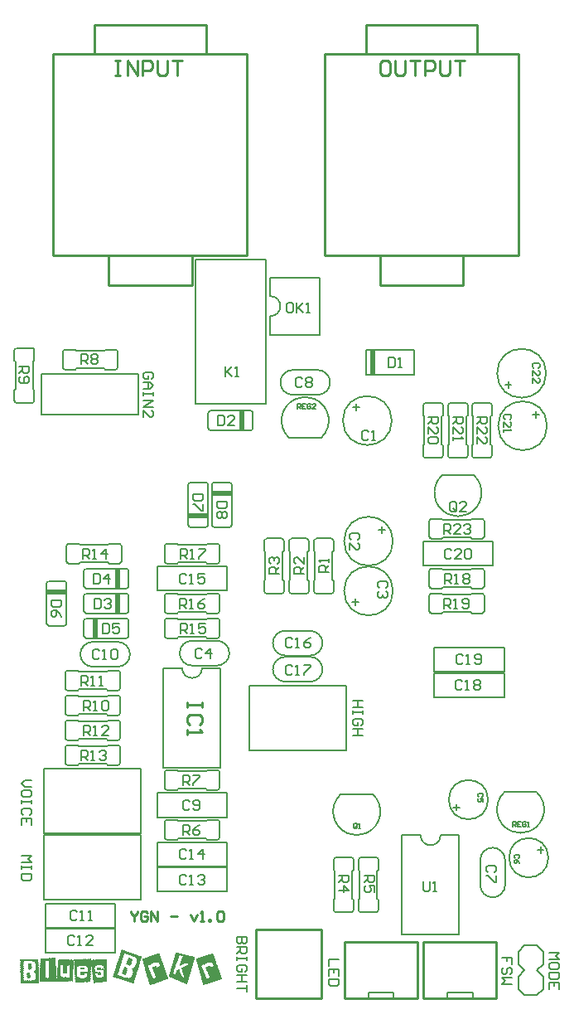
<source format=gto>
G04*
G04 #@! TF.GenerationSoftware,Altium Limited,Altium Designer,19.0.12 (326)*
G04*
G04 Layer_Color=65535*
%FSLAX25Y25*%
%MOIN*%
G70*
G01*
G75*
%ADD10C,0.00600*%
%ADD11C,0.00500*%
%ADD12C,0.01000*%
%ADD13C,0.00787*%
%ADD14C,0.00800*%
%ADD15R,0.08000X0.02000*%
%ADD16R,0.02000X0.08000*%
%ADD17R,0.02000X0.10000*%
G36*
X9819Y17934D02*
X16641D01*
Y17812D01*
Y17691D01*
Y17569D01*
Y17447D01*
Y17325D01*
Y17203D01*
Y17082D01*
Y16960D01*
X16762D01*
Y16838D01*
X16641D01*
Y16716D01*
X16762D01*
Y16594D01*
X16641D01*
Y16473D01*
X16762D01*
Y16351D01*
X16641D01*
Y16229D01*
X16762D01*
Y16107D01*
X16641D01*
Y15985D01*
X16762D01*
Y15864D01*
X16641D01*
Y15742D01*
X16762D01*
Y15620D01*
X16641D01*
Y15498D01*
X16762D01*
Y15376D01*
X16641D01*
Y15254D01*
X16762D01*
Y15133D01*
X16641D01*
Y15011D01*
X16762D01*
Y14889D01*
Y14767D01*
Y14645D01*
Y14524D01*
Y14402D01*
Y14280D01*
Y14158D01*
Y14036D01*
Y13915D01*
Y13793D01*
Y13671D01*
Y13549D01*
Y13427D01*
X16884D01*
Y13305D01*
X16762D01*
Y13184D01*
Y13062D01*
Y12940D01*
X16884D01*
Y12818D01*
X16762D01*
Y12696D01*
X16884D01*
Y12574D01*
Y12453D01*
Y12331D01*
Y12209D01*
Y12087D01*
Y11965D01*
Y11844D01*
Y11722D01*
Y11600D01*
Y11478D01*
Y11356D01*
Y11235D01*
Y11113D01*
X17006D01*
Y10991D01*
X16884D01*
Y10869D01*
X17006D01*
Y10747D01*
X16884D01*
Y10626D01*
X17006D01*
Y10504D01*
X16884D01*
Y10382D01*
X17006D01*
Y10260D01*
X16884D01*
Y10138D01*
X17006D01*
Y10016D01*
X16884D01*
Y9895D01*
X17006D01*
Y9773D01*
X16884D01*
Y9651D01*
X17006D01*
Y9529D01*
X16884D01*
Y9407D01*
X17006D01*
Y9285D01*
X16884D01*
Y9164D01*
X17006D01*
Y9042D01*
Y8920D01*
Y8798D01*
Y8676D01*
Y8555D01*
Y8433D01*
Y8311D01*
X16884D01*
Y8433D01*
X16762D01*
Y8311D01*
X12742D01*
Y8189D01*
X12621D01*
Y8311D01*
X12499D01*
Y8189D01*
X12377D01*
Y8311D01*
X12255D01*
Y8189D01*
X12133D01*
Y8311D01*
X11768D01*
Y8189D01*
X11646D01*
Y8311D01*
X11524D01*
Y8189D01*
X11402D01*
Y8311D01*
X11281D01*
Y8189D01*
X11159D01*
Y8311D01*
X11037D01*
Y8189D01*
X10915D01*
Y8311D01*
X10793D01*
Y8189D01*
X10672D01*
Y8311D01*
X10550D01*
Y8189D01*
X9453D01*
Y8311D01*
X9575D01*
Y8433D01*
X9453D01*
Y8555D01*
X9575D01*
Y8676D01*
Y8798D01*
Y8920D01*
X9453D01*
Y9042D01*
Y9164D01*
Y9285D01*
Y9407D01*
Y9529D01*
Y9651D01*
Y9773D01*
X9575D01*
Y9895D01*
X9453D01*
Y10016D01*
Y10138D01*
Y10260D01*
Y10382D01*
Y10504D01*
Y10626D01*
Y10747D01*
Y10869D01*
Y10991D01*
Y11113D01*
Y11235D01*
Y11356D01*
Y11478D01*
Y11600D01*
Y11722D01*
Y11844D01*
Y11965D01*
Y12087D01*
Y12209D01*
X9332D01*
Y12331D01*
X9453D01*
Y12453D01*
X9332D01*
Y12574D01*
X9453D01*
Y12696D01*
X9332D01*
Y12818D01*
X9453D01*
Y12940D01*
X9332D01*
Y13062D01*
X9453D01*
Y13184D01*
X9332D01*
Y13305D01*
X9453D01*
Y13427D01*
X9332D01*
Y13549D01*
X9453D01*
Y13671D01*
X9332D01*
Y13793D01*
X9453D01*
Y13915D01*
X9332D01*
Y14036D01*
X9453D01*
Y14158D01*
X9332D01*
Y14280D01*
X9453D01*
Y14402D01*
X9332D01*
Y14524D01*
X9453D01*
Y14645D01*
X9332D01*
Y14767D01*
X9453D01*
Y14889D01*
X9332D01*
Y15011D01*
X9453D01*
Y15133D01*
X9332D01*
Y15254D01*
X9453D01*
Y15376D01*
X9332D01*
Y15498D01*
X9453D01*
Y15620D01*
X9332D01*
Y15742D01*
X9453D01*
Y15864D01*
X9332D01*
Y15985D01*
X9453D01*
Y16107D01*
X9332D01*
Y16229D01*
X9453D01*
Y16351D01*
X9332D01*
Y16473D01*
X9453D01*
Y16594D01*
X9332D01*
Y16716D01*
X9453D01*
Y16838D01*
X9332D01*
Y16960D01*
X9453D01*
Y17082D01*
X9332D01*
Y17203D01*
Y17325D01*
Y17447D01*
Y17569D01*
Y17691D01*
Y17812D01*
Y17934D01*
X9453D01*
Y18056D01*
X9575D01*
Y17934D01*
X9697D01*
Y18056D01*
X9819D01*
Y17934D01*
D02*
G37*
G36*
X23584Y18300D02*
X23462D01*
Y18178D01*
X23584D01*
Y18056D01*
X23462D01*
Y17934D01*
X23584D01*
Y17812D01*
X23462D01*
Y17691D01*
X23584D01*
Y17569D01*
X23462D01*
Y17447D01*
X23584D01*
Y17325D01*
Y17203D01*
Y17082D01*
Y16960D01*
Y16838D01*
Y16716D01*
Y16594D01*
Y16473D01*
Y16351D01*
Y16229D01*
Y16107D01*
Y15985D01*
Y15864D01*
X23706D01*
Y15742D01*
X23584D01*
Y15620D01*
X23706D01*
Y15498D01*
X23584D01*
Y15376D01*
X23706D01*
Y15254D01*
X23584D01*
Y15133D01*
X23706D01*
Y15011D01*
Y14889D01*
Y14767D01*
Y14645D01*
Y14524D01*
Y14402D01*
Y14280D01*
Y14158D01*
Y14036D01*
Y13915D01*
Y13793D01*
X23828D01*
Y13671D01*
X23706D01*
Y13549D01*
X23828D01*
Y13427D01*
X23706D01*
Y13305D01*
X23828D01*
Y13184D01*
X23706D01*
Y13062D01*
X23828D01*
Y12940D01*
X23706D01*
Y12818D01*
X23828D01*
Y12696D01*
X23706D01*
Y12574D01*
X23828D01*
Y12453D01*
X23706D01*
Y12331D01*
X23828D01*
Y12209D01*
X23706D01*
Y12087D01*
X23828D01*
Y11965D01*
X23706D01*
Y11844D01*
X23828D01*
Y11722D01*
Y11600D01*
Y11478D01*
Y11356D01*
Y11235D01*
Y11113D01*
Y10991D01*
Y10869D01*
Y10747D01*
Y10626D01*
Y10504D01*
Y10382D01*
Y10260D01*
X23949D01*
Y10382D01*
X24071D01*
Y10504D01*
X23949D01*
Y10626D01*
X24071D01*
Y10747D01*
X23949D01*
Y10869D01*
X24071D01*
Y10991D01*
X23949D01*
Y11113D01*
X24071D01*
Y11235D01*
Y11356D01*
Y11478D01*
Y11600D01*
Y11722D01*
X24193D01*
Y11844D01*
X24071D01*
Y11965D01*
X24193D01*
Y12087D01*
Y12209D01*
Y12331D01*
Y12453D01*
Y12574D01*
Y12696D01*
Y12818D01*
X24315D01*
Y12940D01*
X24193D01*
Y13062D01*
X24315D01*
Y13184D01*
X24193D01*
Y13305D01*
X24315D01*
Y13427D01*
X24193D01*
Y13549D01*
X24315D01*
Y13671D01*
Y13793D01*
Y13915D01*
Y14036D01*
Y14158D01*
X24437D01*
Y14280D01*
X24315D01*
Y14402D01*
X24437D01*
Y14524D01*
Y14645D01*
Y14767D01*
Y14889D01*
Y15011D01*
X24558D01*
Y15133D01*
X24437D01*
Y15254D01*
X24558D01*
Y15376D01*
X24437D01*
Y15498D01*
X24558D01*
Y15620D01*
X24437D01*
Y15742D01*
X24558D01*
Y15864D01*
X24437D01*
Y15985D01*
X24558D01*
Y16107D01*
Y16229D01*
Y16351D01*
Y16473D01*
Y16594D01*
X24680D01*
Y16716D01*
X24558D01*
Y16838D01*
X24680D01*
Y16960D01*
Y17082D01*
Y17203D01*
Y17325D01*
Y17447D01*
X24802D01*
Y17569D01*
X24680D01*
Y17691D01*
X24802D01*
Y17812D01*
X24680D01*
Y17934D01*
X24802D01*
Y18056D01*
X25411D01*
Y17934D01*
X25533D01*
Y18056D01*
X25655D01*
Y17934D01*
X25777D01*
Y18056D01*
X25898D01*
Y17934D01*
X26020D01*
Y18056D01*
X26142D01*
Y17934D01*
X26264D01*
Y18056D01*
X26386D01*
Y17934D01*
X27726D01*
Y17812D01*
X27847D01*
Y17934D01*
X27969D01*
Y17812D01*
X28091D01*
Y17934D01*
X28213D01*
Y17812D01*
X28335D01*
Y17934D01*
X28457D01*
Y17812D01*
X28578D01*
Y17934D01*
X28700D01*
Y17812D01*
X29066D01*
Y17691D01*
X29187D01*
Y17812D01*
X29309D01*
Y17691D01*
X29431D01*
Y17812D01*
X29553D01*
Y17691D01*
X29675D01*
Y17812D01*
X29796D01*
Y17691D01*
X29918D01*
Y17812D01*
X30040D01*
Y17691D01*
X30893D01*
Y17569D01*
Y17447D01*
Y17325D01*
Y17203D01*
Y17082D01*
X30771D01*
Y16960D01*
X30893D01*
Y16838D01*
X30771D01*
Y16716D01*
X30893D01*
Y16594D01*
X30771D01*
Y16473D01*
X30893D01*
Y16351D01*
X30771D01*
Y16229D01*
X30893D01*
Y16107D01*
X30771D01*
Y15985D01*
X30893D01*
Y15864D01*
X30771D01*
Y15742D01*
X30893D01*
Y15620D01*
X30771D01*
Y15498D01*
X30893D01*
Y15376D01*
X30771D01*
Y15254D01*
Y15133D01*
Y15011D01*
Y14889D01*
Y14767D01*
Y14645D01*
Y14524D01*
Y14402D01*
Y14280D01*
X30649D01*
Y14158D01*
X30771D01*
Y14036D01*
X30649D01*
Y13915D01*
X30771D01*
Y13793D01*
X30649D01*
Y13671D01*
Y13549D01*
Y13427D01*
Y13305D01*
Y13184D01*
Y13062D01*
Y12940D01*
Y12818D01*
Y12696D01*
X30527D01*
Y12574D01*
X30649D01*
Y12453D01*
X30527D01*
Y12331D01*
X30649D01*
Y12209D01*
X30527D01*
Y12087D01*
X30649D01*
Y11965D01*
X30527D01*
Y11844D01*
X30649D01*
Y11722D01*
X30527D01*
Y11600D01*
X30649D01*
Y11478D01*
X30527D01*
Y11356D01*
X30649D01*
Y11235D01*
X30527D01*
Y11113D01*
Y10991D01*
Y10869D01*
Y10747D01*
Y10626D01*
Y10504D01*
Y10382D01*
Y10260D01*
Y10138D01*
Y10016D01*
Y9895D01*
X30406D01*
Y9773D01*
X30527D01*
Y9651D01*
X30406D01*
Y9529D01*
X30527D01*
Y9407D01*
X30406D01*
Y9285D01*
Y9164D01*
Y9042D01*
X30284D01*
Y9164D01*
X30162D01*
Y9042D01*
X30040D01*
Y9164D01*
X29918D01*
Y9042D01*
X29796D01*
Y9164D01*
X29675D01*
Y9042D01*
X29553D01*
Y9164D01*
X29431D01*
Y9042D01*
X29309D01*
Y9164D01*
X29187D01*
Y9042D01*
X29066D01*
Y9164D01*
X28944D01*
Y9042D01*
X28822D01*
Y9164D01*
X28700D01*
Y9042D01*
X23949D01*
Y8920D01*
X23828D01*
Y9042D01*
X23706D01*
Y8920D01*
X23584D01*
Y9042D01*
X23462D01*
Y8920D01*
X23340D01*
Y9042D01*
X23219D01*
Y8920D01*
X23097D01*
Y9042D01*
X22975D01*
Y8920D01*
X22853D01*
Y9042D01*
X22731D01*
Y8920D01*
X22609D01*
Y9042D01*
X22488D01*
Y8920D01*
X22366D01*
Y9042D01*
X22244D01*
Y8920D01*
X22122D01*
Y9042D01*
X22000D01*
Y8920D01*
X21879D01*
Y9042D01*
X21757D01*
Y8920D01*
X20660D01*
Y8798D01*
X20539D01*
Y8920D01*
X20417D01*
Y8798D01*
X20295D01*
Y8920D01*
X20173D01*
Y8798D01*
X20051D01*
Y8920D01*
X19929D01*
Y8798D01*
X19808D01*
Y8920D01*
X19686D01*
Y8798D01*
X19564D01*
Y8920D01*
X19442D01*
Y8798D01*
X19320D01*
Y8920D01*
X19199D01*
Y8798D01*
X19077D01*
Y8920D01*
X18955D01*
Y8798D01*
X18833D01*
Y8920D01*
X18711D01*
Y8798D01*
X18589D01*
Y8920D01*
X18468D01*
Y8798D01*
X18346D01*
Y8920D01*
X18224D01*
Y8798D01*
X17371D01*
Y8920D01*
X17250D01*
Y8798D01*
X17128D01*
Y8920D01*
Y9042D01*
Y9164D01*
Y9285D01*
Y9407D01*
X17250D01*
Y9529D01*
X17128D01*
Y9651D01*
X17250D01*
Y9773D01*
X17128D01*
Y9895D01*
X17250D01*
Y10016D01*
X17128D01*
Y10138D01*
X17250D01*
Y10260D01*
X17128D01*
Y10382D01*
X17250D01*
Y10504D01*
X17128D01*
Y10626D01*
X17250D01*
Y10747D01*
X17128D01*
Y10869D01*
X17250D01*
Y10991D01*
X17128D01*
Y11113D01*
X17250D01*
Y11235D01*
X17128D01*
Y11356D01*
X17250D01*
Y11478D01*
X17128D01*
Y11600D01*
X17250D01*
Y11722D01*
X17128D01*
Y11844D01*
X17250D01*
Y11965D01*
X17128D01*
Y12087D01*
X17250D01*
Y12209D01*
X17128D01*
Y12331D01*
X17250D01*
Y12453D01*
X17128D01*
Y12574D01*
X17250D01*
Y12696D01*
X17128D01*
Y12818D01*
X17250D01*
Y12940D01*
X17128D01*
Y13062D01*
X17250D01*
Y13184D01*
Y13305D01*
Y13427D01*
Y13549D01*
Y13671D01*
Y13793D01*
Y13915D01*
Y14036D01*
Y14158D01*
Y14280D01*
Y14402D01*
Y14524D01*
Y14645D01*
X17371D01*
Y14767D01*
X17250D01*
Y14889D01*
Y15011D01*
Y15133D01*
Y15254D01*
Y15376D01*
Y15498D01*
X17371D01*
Y15620D01*
Y15742D01*
X17250D01*
Y15864D01*
X17371D01*
Y15985D01*
X17250D01*
Y16107D01*
X17371D01*
Y16229D01*
X17250D01*
Y16351D01*
X17371D01*
Y16473D01*
Y16594D01*
Y16716D01*
Y16838D01*
Y16960D01*
Y17082D01*
Y17203D01*
X17250D01*
Y17325D01*
X17371D01*
Y17447D01*
Y17569D01*
Y17691D01*
Y17812D01*
Y17934D01*
Y18056D01*
Y18178D01*
X18224D01*
Y18300D01*
X18346D01*
Y18178D01*
X18711D01*
Y18300D01*
X18833D01*
Y18178D01*
X18955D01*
Y18300D01*
X19077D01*
Y18178D01*
X19199D01*
Y18300D01*
X19320D01*
Y18178D01*
X19442D01*
Y18300D01*
X19564D01*
Y18178D01*
X19686D01*
Y18300D01*
X19808D01*
Y18178D01*
X19929D01*
Y18300D01*
X21026D01*
Y18422D01*
X21148D01*
Y18300D01*
X21269D01*
Y18422D01*
X21391D01*
Y18300D01*
X21513D01*
Y18422D01*
X21635D01*
Y18300D01*
X21757D01*
Y18422D01*
X21879D01*
Y18300D01*
X22000D01*
Y18422D01*
X23584D01*
Y18300D01*
D02*
G37*
G36*
X37836Y18056D02*
Y17934D01*
Y17812D01*
Y17691D01*
X38689D01*
Y17812D01*
X38811D01*
Y17691D01*
X38932D01*
Y17812D01*
X39054D01*
Y17691D01*
X39176D01*
Y17812D01*
X39298D01*
Y17691D01*
X39420D01*
Y17812D01*
X39542D01*
Y17691D01*
X39663D01*
Y17812D01*
X39785D01*
Y17691D01*
X39907D01*
Y17812D01*
X41247D01*
Y17934D01*
X41369D01*
Y17812D01*
X41491D01*
Y17934D01*
X41612D01*
Y17812D01*
X41734D01*
Y17934D01*
X41856D01*
Y17812D01*
X41978D01*
Y17934D01*
X42100D01*
Y17812D01*
X42222D01*
Y17934D01*
X42343D01*
Y17812D01*
X42465D01*
Y17934D01*
X44292D01*
Y17812D01*
Y17691D01*
Y17569D01*
Y17447D01*
Y17325D01*
X44170D01*
Y17203D01*
X44292D01*
Y17082D01*
X44170D01*
Y16960D01*
X44292D01*
Y16838D01*
X44170D01*
Y16716D01*
X44292D01*
Y16594D01*
X44170D01*
Y16473D01*
X44292D01*
Y16351D01*
X44170D01*
Y16229D01*
X44292D01*
Y16107D01*
X44170D01*
Y15985D01*
X44292D01*
Y15864D01*
X44170D01*
Y15742D01*
X44292D01*
Y15620D01*
X44170D01*
Y15498D01*
X44292D01*
Y15376D01*
X44170D01*
Y15254D01*
X44292D01*
Y15133D01*
X44170D01*
Y15011D01*
X44292D01*
Y14889D01*
X44170D01*
Y14767D01*
X44292D01*
Y14645D01*
X44170D01*
Y14524D01*
Y14402D01*
Y14280D01*
X44292D01*
Y14158D01*
X44170D01*
Y14036D01*
Y13915D01*
Y13793D01*
Y13671D01*
Y13549D01*
Y13427D01*
Y13305D01*
Y13184D01*
Y13062D01*
Y12940D01*
Y12818D01*
Y12696D01*
Y12574D01*
Y12453D01*
Y12331D01*
X44049D01*
Y12209D01*
X44170D01*
Y12087D01*
X44049D01*
Y11965D01*
X44170D01*
Y11844D01*
X44049D01*
Y11722D01*
X44170D01*
Y11600D01*
X44049D01*
Y11478D01*
X44170D01*
Y11356D01*
X44049D01*
Y11235D01*
Y11113D01*
Y10991D01*
Y10869D01*
Y10747D01*
Y10626D01*
Y10504D01*
Y10382D01*
Y10260D01*
Y10138D01*
Y10016D01*
Y9895D01*
Y9773D01*
Y9651D01*
Y9529D01*
Y9407D01*
Y9285D01*
X43927D01*
Y9164D01*
X44049D01*
Y9042D01*
X43927D01*
Y8920D01*
X43561D01*
Y8798D01*
X43440D01*
Y8920D01*
X43318D01*
Y8798D01*
X43196D01*
Y8920D01*
X43074D01*
Y8798D01*
X42465D01*
Y8676D01*
X42343D01*
Y8798D01*
X42222D01*
Y8676D01*
X41612D01*
Y8555D01*
X41491D01*
Y8676D01*
X41369D01*
Y8555D01*
X41247D01*
Y8676D01*
X41125D01*
Y8555D01*
X40516D01*
Y8433D01*
X40394D01*
Y8555D01*
X40272D01*
Y8433D01*
X39663D01*
Y8311D01*
X39542D01*
Y8433D01*
X39420D01*
Y8311D01*
X39298D01*
Y8433D01*
X39176D01*
Y8311D01*
X38811D01*
Y8433D01*
X38932D01*
Y8555D01*
X38811D01*
Y8676D01*
Y8798D01*
Y8920D01*
Y9042D01*
Y9164D01*
X38689D01*
Y9285D01*
X38811D01*
Y9407D01*
X38689D01*
Y9529D01*
Y9651D01*
Y9773D01*
Y9895D01*
Y10016D01*
X38567D01*
Y10138D01*
X38689D01*
Y10260D01*
X38567D01*
Y10382D01*
X38689D01*
Y10504D01*
X38567D01*
Y10626D01*
X38689D01*
Y10747D01*
X38567D01*
Y10869D01*
Y10991D01*
Y11113D01*
X38445D01*
Y11235D01*
X38567D01*
Y11356D01*
X38445D01*
Y11478D01*
Y11600D01*
Y11722D01*
Y11844D01*
Y11965D01*
X38323D01*
Y12087D01*
X38445D01*
Y12209D01*
X38323D01*
Y12331D01*
X38445D01*
Y12453D01*
X38323D01*
Y12574D01*
Y12696D01*
Y12818D01*
Y12940D01*
Y13062D01*
Y13184D01*
Y13305D01*
X38202D01*
Y13427D01*
Y13549D01*
Y13671D01*
Y13793D01*
Y13915D01*
X38080D01*
Y14036D01*
X38202D01*
Y14158D01*
X38080D01*
Y14280D01*
X38202D01*
Y14402D01*
X38080D01*
Y14524D01*
X38202D01*
Y14645D01*
X38080D01*
Y14767D01*
Y14889D01*
Y15011D01*
X37958D01*
Y15133D01*
X38080D01*
Y15254D01*
X37958D01*
Y15376D01*
Y15498D01*
Y15620D01*
Y15742D01*
Y15864D01*
X37836D01*
Y15985D01*
X37958D01*
Y16107D01*
X37836D01*
Y16229D01*
X37714D01*
Y16107D01*
Y15985D01*
Y15864D01*
X37836D01*
Y15742D01*
X37714D01*
Y15620D01*
Y15498D01*
Y15376D01*
X37836D01*
Y15254D01*
X37714D01*
Y15133D01*
Y15011D01*
Y14889D01*
Y14767D01*
Y14645D01*
Y14524D01*
Y14402D01*
Y14280D01*
Y14158D01*
Y14036D01*
Y13915D01*
Y13793D01*
Y13671D01*
X37593D01*
Y13549D01*
X37714D01*
Y13427D01*
X37593D01*
Y13305D01*
X37714D01*
Y13184D01*
X37593D01*
Y13062D01*
X37714D01*
Y12940D01*
X37593D01*
Y12818D01*
X37714D01*
Y12696D01*
X37593D01*
Y12574D01*
X37714D01*
Y12453D01*
X37593D01*
Y12331D01*
X37714D01*
Y12209D01*
X37593D01*
Y12087D01*
X37714D01*
Y11965D01*
X37593D01*
Y11844D01*
X37714D01*
Y11722D01*
X37593D01*
Y11600D01*
X37714D01*
Y11478D01*
X37593D01*
Y11356D01*
X37714D01*
Y11235D01*
X37593D01*
Y11113D01*
X37714D01*
Y10991D01*
X37593D01*
Y10869D01*
X37714D01*
Y10747D01*
X37593D01*
Y10626D01*
X37714D01*
Y10504D01*
X37593D01*
Y10382D01*
Y10260D01*
Y10138D01*
X37714D01*
Y10016D01*
X37593D01*
Y9895D01*
Y9773D01*
Y9651D01*
Y9529D01*
Y9407D01*
Y9285D01*
Y9164D01*
Y9042D01*
Y8920D01*
Y8798D01*
X36374D01*
Y8676D01*
X36253D01*
Y8798D01*
X36131D01*
Y8676D01*
X36009D01*
Y8798D01*
X35644D01*
Y8676D01*
X35522D01*
Y8798D01*
X35156D01*
Y8676D01*
X33816D01*
Y8555D01*
X33694D01*
Y8676D01*
X33573D01*
Y8555D01*
X33451D01*
Y8676D01*
X33329D01*
Y8555D01*
X33207D01*
Y8676D01*
X33085D01*
Y8555D01*
X32964D01*
Y8676D01*
X32842D01*
Y8555D01*
X32720D01*
Y8676D01*
X32598D01*
Y8555D01*
X31380D01*
Y8676D01*
Y8798D01*
Y8920D01*
Y9042D01*
Y9164D01*
Y9285D01*
Y9407D01*
Y9529D01*
X31258D01*
Y9651D01*
X31380D01*
Y9773D01*
Y9895D01*
Y10016D01*
X31258D01*
Y10138D01*
X31380D01*
Y10260D01*
X31258D01*
Y10382D01*
X31380D01*
Y10504D01*
X31258D01*
Y10626D01*
X31380D01*
Y10747D01*
X31258D01*
Y10869D01*
X31380D01*
Y10991D01*
X31258D01*
Y11113D01*
X31380D01*
Y11235D01*
X31258D01*
Y11356D01*
X31380D01*
Y11478D01*
X31258D01*
Y11600D01*
X31380D01*
Y11722D01*
X31258D01*
Y11844D01*
Y11965D01*
Y12087D01*
Y12209D01*
Y12331D01*
Y12453D01*
Y12574D01*
Y12696D01*
Y12818D01*
Y12940D01*
Y13062D01*
X31136D01*
Y13184D01*
X31258D01*
Y13305D01*
X31136D01*
Y13427D01*
X31258D01*
Y13549D01*
X31136D01*
Y13671D01*
X31258D01*
Y13793D01*
X31136D01*
Y13915D01*
X31258D01*
Y14036D01*
X31136D01*
Y14158D01*
Y14280D01*
Y14402D01*
Y14524D01*
Y14645D01*
Y14767D01*
Y14889D01*
Y15011D01*
Y15133D01*
Y15254D01*
Y15376D01*
Y15498D01*
Y15620D01*
X31015D01*
Y15742D01*
X31136D01*
Y15864D01*
X31015D01*
Y15985D01*
X31136D01*
Y16107D01*
X31015D01*
Y16229D01*
X31136D01*
Y16351D01*
X31015D01*
Y16473D01*
X31136D01*
Y16594D01*
X31015D01*
Y16716D01*
X31136D01*
Y16838D01*
X31015D01*
Y16960D01*
X31136D01*
Y17082D01*
X31015D01*
Y17203D01*
X31136D01*
Y17325D01*
X31015D01*
Y17447D01*
Y17569D01*
Y17691D01*
Y17812D01*
Y17934D01*
X31136D01*
Y18056D01*
X31258D01*
Y17934D01*
X31624D01*
Y18056D01*
X31745D01*
Y17934D01*
X31867D01*
Y18056D01*
X31989D01*
Y17934D01*
X32111D01*
Y18056D01*
X32233D01*
Y17934D01*
X32598D01*
Y18056D01*
X34913D01*
Y18178D01*
X35034D01*
Y18056D01*
X35156D01*
Y18178D01*
X35278D01*
Y18056D01*
X35400D01*
Y18178D01*
X35522D01*
Y18056D01*
X35644D01*
Y18178D01*
X35765D01*
Y18056D01*
X35887D01*
Y18178D01*
X36009D01*
Y18056D01*
X36131D01*
Y18178D01*
X36253D01*
Y18056D01*
X36374D01*
Y18178D01*
X36496D01*
Y18056D01*
X36618D01*
Y18178D01*
X36740D01*
Y18056D01*
X36862D01*
Y18178D01*
X36983D01*
Y18056D01*
X37105D01*
Y18178D01*
X37836D01*
Y18056D01*
D02*
G37*
G36*
X50184Y21744D02*
X50527D01*
Y21630D01*
X50870D01*
Y21516D01*
X50984D01*
Y21401D01*
X51099D01*
Y21516D01*
X51213D01*
Y21401D01*
X51556D01*
Y21287D01*
X51670D01*
Y21173D01*
X51784D01*
Y21287D01*
X51899D01*
Y21173D01*
X52241D01*
Y21058D01*
X52356D01*
Y20944D01*
X52927D01*
Y20830D01*
X53042D01*
Y20715D01*
X53385D01*
Y20601D01*
X53727D01*
Y20487D01*
X54070D01*
Y20372D01*
X54413D01*
Y20258D01*
X54756D01*
Y20144D01*
X54870D01*
Y20030D01*
X54985D01*
Y20144D01*
X55099D01*
Y20030D01*
X55442D01*
Y19915D01*
X55785D01*
Y19801D01*
X56128D01*
Y19687D01*
X56242D01*
Y19572D01*
X56356D01*
Y19687D01*
X56471D01*
Y19572D01*
X56814D01*
Y19458D01*
X56928D01*
Y19344D01*
X57042D01*
Y19458D01*
X57156D01*
Y19344D01*
X57499D01*
Y19229D01*
X57614D01*
Y19115D01*
X58185D01*
Y19001D01*
Y18887D01*
Y18772D01*
X58071D01*
Y18658D01*
X58185D01*
Y18544D01*
X58071D01*
Y18429D01*
Y18315D01*
Y18201D01*
X57956D01*
Y18087D01*
X57842D01*
Y17972D01*
X57956D01*
Y17858D01*
X57842D01*
Y17744D01*
Y17629D01*
Y17515D01*
X57728D01*
Y17401D01*
Y17286D01*
Y17172D01*
X57614D01*
Y17058D01*
Y16943D01*
Y16829D01*
X57499D01*
Y16715D01*
Y16601D01*
Y16486D01*
X57385D01*
Y16372D01*
X57499D01*
Y16258D01*
X57385D01*
Y16143D01*
Y16029D01*
Y15915D01*
X57271D01*
Y15801D01*
Y15686D01*
Y15572D01*
X57156D01*
Y15458D01*
X57271D01*
Y15343D01*
X57156D01*
Y15229D01*
X57042D01*
Y15115D01*
Y15000D01*
Y14886D01*
X56928D01*
Y14772D01*
X57042D01*
Y14658D01*
X56928D01*
Y14543D01*
Y14429D01*
Y14315D01*
X56814D01*
Y14200D01*
X56699D01*
Y14086D01*
X56814D01*
Y13972D01*
X56699D01*
Y13858D01*
Y13743D01*
Y13629D01*
X56585D01*
Y13515D01*
Y13400D01*
Y13286D01*
X56471D01*
Y13172D01*
X56585D01*
Y13057D01*
X56471D01*
Y12943D01*
X56356D01*
Y12829D01*
Y12715D01*
Y12600D01*
Y12486D01*
Y12372D01*
X56242D01*
Y12257D01*
Y12143D01*
Y12029D01*
X56128D01*
Y11914D01*
Y11800D01*
Y11686D01*
X56013D01*
Y11571D01*
X56128D01*
Y11457D01*
X56013D01*
Y11343D01*
Y11229D01*
X55899D01*
Y11114D01*
Y11000D01*
X55785D01*
Y10886D01*
X55899D01*
Y10771D01*
X55785D01*
Y10657D01*
Y10543D01*
Y10429D01*
X55670D01*
Y10314D01*
Y10200D01*
Y10086D01*
X55556D01*
Y9971D01*
Y9857D01*
Y9743D01*
X55442D01*
Y9628D01*
Y9514D01*
Y9400D01*
X55328D01*
Y9285D01*
X55442D01*
Y9171D01*
X55328D01*
Y9057D01*
Y8943D01*
Y8828D01*
X55213D01*
Y8714D01*
Y8600D01*
Y8485D01*
X55099D01*
Y8371D01*
Y8257D01*
X54642D01*
Y8371D01*
X54299D01*
Y8485D01*
X53956D01*
Y8600D01*
X53613D01*
Y8714D01*
X53270D01*
Y8828D01*
X52927D01*
Y8943D01*
X52584D01*
Y9057D01*
X52470D01*
Y8943D01*
X52356D01*
Y9057D01*
X52241D01*
Y9171D01*
X51899D01*
Y9285D01*
X51784D01*
Y9171D01*
X51670D01*
Y9285D01*
X51556D01*
Y9400D01*
X51441D01*
Y9285D01*
X51327D01*
Y9400D01*
X50984D01*
Y9514D01*
X50870D01*
Y9628D01*
X50756D01*
Y9514D01*
X50641D01*
Y9628D01*
X50298D01*
Y9743D01*
X50184D01*
Y9857D01*
X50070D01*
Y9743D01*
X49955D01*
Y9857D01*
X49613D01*
Y9971D01*
X49498D01*
Y10086D01*
X49384D01*
Y9971D01*
X49498D01*
Y9857D01*
X49384D01*
Y9971D01*
X49270D01*
Y10086D01*
X48927D01*
Y10200D01*
X48813D01*
Y10086D01*
X48698D01*
Y10200D01*
X48584D01*
Y10314D01*
X48013D01*
Y10429D01*
X47898D01*
Y10543D01*
X47327D01*
Y10657D01*
X46984D01*
Y10771D01*
X46641D01*
Y10886D01*
X46755D01*
Y11000D01*
X46641D01*
Y11114D01*
X46755D01*
Y11229D01*
Y11343D01*
X46870D01*
Y11457D01*
Y11571D01*
X46984D01*
Y11686D01*
X46870D01*
Y11800D01*
X46984D01*
Y11914D01*
Y12029D01*
Y12143D01*
X47098D01*
Y12257D01*
X47212D01*
Y12372D01*
X47098D01*
Y12486D01*
X47212D01*
Y12600D01*
Y12715D01*
Y12829D01*
X47327D01*
Y12943D01*
X47441D01*
Y13057D01*
X47327D01*
Y13172D01*
X47441D01*
Y13286D01*
Y13400D01*
Y13515D01*
X47555D01*
Y13629D01*
X47670D01*
Y13743D01*
X47555D01*
Y13858D01*
X47670D01*
Y13972D01*
X47555D01*
Y14086D01*
X47670D01*
Y14200D01*
X47784D01*
Y14315D01*
Y14429D01*
Y14543D01*
X47898D01*
Y14658D01*
X47784D01*
Y14772D01*
X47898D01*
Y14886D01*
X48013D01*
Y15000D01*
Y15115D01*
Y15229D01*
X48127D01*
Y15343D01*
X48013D01*
Y15458D01*
X48127D01*
Y15572D01*
X48241D01*
Y15686D01*
Y15801D01*
Y15915D01*
X48355D01*
Y16029D01*
X48241D01*
Y16143D01*
X48355D01*
Y16258D01*
Y16372D01*
Y16486D01*
X48470D01*
Y16601D01*
X48584D01*
Y16715D01*
X48470D01*
Y16829D01*
X48584D01*
Y16943D01*
Y17058D01*
Y17172D01*
X48698D01*
Y17286D01*
X48813D01*
Y17401D01*
X48698D01*
Y17515D01*
X48813D01*
Y17629D01*
Y17744D01*
Y17858D01*
X48927D01*
Y17972D01*
Y18087D01*
Y18201D01*
X49041D01*
Y18315D01*
Y18429D01*
Y18544D01*
X49156D01*
Y18658D01*
Y18772D01*
Y18887D01*
X49270D01*
Y19001D01*
Y19115D01*
Y19229D01*
X49384D01*
Y19344D01*
Y19458D01*
Y19572D01*
X49498D01*
Y19687D01*
Y19801D01*
Y19915D01*
X49613D01*
Y20030D01*
Y20144D01*
Y20258D01*
X49727D01*
Y20372D01*
X49613D01*
Y20487D01*
X49727D01*
Y20601D01*
Y20715D01*
X49841D01*
Y20830D01*
Y20944D01*
X49955D01*
Y21058D01*
X49841D01*
Y21173D01*
X49955D01*
Y21287D01*
Y21401D01*
X50070D01*
Y21516D01*
Y21630D01*
X50184D01*
Y21744D01*
X50070D01*
Y21858D01*
X50184D01*
Y21744D01*
D02*
G37*
G36*
X65272Y20372D02*
X65386D01*
Y20258D01*
Y20144D01*
Y20030D01*
X65500D01*
Y19915D01*
Y19801D01*
Y19687D01*
X65614D01*
Y19572D01*
Y19458D01*
Y19344D01*
X65729D01*
Y19229D01*
Y19115D01*
Y19001D01*
X65843D01*
Y18887D01*
Y18772D01*
Y18658D01*
X65957D01*
Y18544D01*
Y18429D01*
Y18315D01*
X66072D01*
Y18201D01*
X66186D01*
Y18087D01*
X66072D01*
Y17972D01*
X66186D01*
Y17858D01*
Y17744D01*
Y17629D01*
X66300D01*
Y17515D01*
X66415D01*
Y17401D01*
X66300D01*
Y17286D01*
X66415D01*
Y17172D01*
X66529D01*
Y17058D01*
Y16943D01*
Y16829D01*
X66643D01*
Y16715D01*
X66529D01*
Y16601D01*
X66643D01*
Y16486D01*
X66758D01*
Y16372D01*
X66872D01*
Y16258D01*
X66758D01*
Y16143D01*
X66872D01*
Y16029D01*
X66758D01*
Y15915D01*
X66872D01*
Y15801D01*
X66986D01*
Y15686D01*
Y15572D01*
Y15458D01*
X67100D01*
Y15343D01*
Y15229D01*
Y15115D01*
X67215D01*
Y15000D01*
X67329D01*
Y14886D01*
X67215D01*
Y14772D01*
X67329D01*
Y14658D01*
Y14543D01*
Y14429D01*
X67443D01*
Y14315D01*
X67558D01*
Y14200D01*
X67443D01*
Y14086D01*
X67558D01*
Y13972D01*
Y13858D01*
X67672D01*
Y13743D01*
Y13629D01*
X67786D01*
Y13515D01*
X67672D01*
Y13400D01*
X67786D01*
Y13286D01*
Y13172D01*
X67901D01*
Y13057D01*
Y12943D01*
X68015D01*
Y12829D01*
X67901D01*
Y12715D01*
X68015D01*
Y12600D01*
X68129D01*
Y12486D01*
Y12372D01*
Y12257D01*
X68243D01*
Y12143D01*
Y12029D01*
Y11914D01*
X68358D01*
Y11800D01*
Y11686D01*
Y11571D01*
X68472D01*
Y11457D01*
Y11343D01*
Y11229D01*
X68586D01*
Y11114D01*
Y11000D01*
Y10886D01*
X68700D01*
Y10771D01*
Y10657D01*
Y10543D01*
X68815D01*
Y10429D01*
Y10314D01*
Y10200D01*
X68929D01*
Y10086D01*
Y9971D01*
X68700D01*
Y9857D01*
X68358D01*
Y9743D01*
X68015D01*
Y9628D01*
X67672D01*
Y9514D01*
X67558D01*
Y9400D01*
X67443D01*
Y9514D01*
X67329D01*
Y9400D01*
X66986D01*
Y9285D01*
X66643D01*
Y9171D01*
X66300D01*
Y9057D01*
X66186D01*
Y8943D01*
X65614D01*
Y8828D01*
X65272D01*
Y8714D01*
X64929D01*
Y8600D01*
X64814D01*
Y8485D01*
X64243D01*
Y8371D01*
X63900D01*
Y8257D01*
X63557D01*
Y8143D01*
X63443D01*
Y8028D01*
X62871D01*
Y7914D01*
X62528D01*
Y7800D01*
X62186D01*
Y7685D01*
X62071D01*
Y7571D01*
X61500D01*
Y7457D01*
X61385D01*
Y7571D01*
X61271D01*
Y7685D01*
X61385D01*
Y7800D01*
X61271D01*
Y7914D01*
Y8028D01*
Y8143D01*
X61157D01*
Y8257D01*
Y8371D01*
Y8485D01*
X61042D01*
Y8600D01*
X61157D01*
Y8714D01*
X61042D01*
Y8828D01*
X60928D01*
Y8943D01*
Y9057D01*
Y9171D01*
Y9285D01*
Y9400D01*
X60814D01*
Y9514D01*
X60928D01*
Y9628D01*
X60814D01*
Y9743D01*
X60700D01*
Y9857D01*
Y9971D01*
Y10086D01*
X60585D01*
Y10200D01*
X60700D01*
Y10314D01*
X60585D01*
Y10429D01*
Y10543D01*
Y10657D01*
X60471D01*
Y10771D01*
X60357D01*
Y10886D01*
X60471D01*
Y11000D01*
X60357D01*
Y11114D01*
Y11229D01*
Y11343D01*
X60242D01*
Y11457D01*
Y11571D01*
Y11686D01*
X60128D01*
Y11800D01*
X60242D01*
Y11914D01*
X60128D01*
Y12029D01*
Y12143D01*
Y12257D01*
X60014D01*
Y12372D01*
Y12486D01*
Y12600D01*
X59899D01*
Y12715D01*
X60014D01*
Y12829D01*
X59899D01*
Y12943D01*
Y13057D01*
Y13172D01*
X59785D01*
Y13286D01*
X59671D01*
Y13400D01*
X59785D01*
Y13515D01*
X59671D01*
Y13629D01*
Y13743D01*
Y13858D01*
X59557D01*
Y13972D01*
Y14086D01*
Y14200D01*
X59442D01*
Y14315D01*
X59557D01*
Y14429D01*
X59442D01*
Y14543D01*
Y14658D01*
Y14772D01*
X59328D01*
Y14886D01*
Y15000D01*
Y15115D01*
X59214D01*
Y15229D01*
X59328D01*
Y15343D01*
X59214D01*
Y15458D01*
X59100D01*
Y15572D01*
Y15686D01*
Y15801D01*
X58985D01*
Y15915D01*
X59100D01*
Y16029D01*
X58985D01*
Y16143D01*
Y16258D01*
Y16372D01*
X58871D01*
Y16486D01*
Y16601D01*
Y16715D01*
X58757D01*
Y16829D01*
X58871D01*
Y16943D01*
X58757D01*
Y17058D01*
X58642D01*
Y17172D01*
Y17286D01*
Y17401D01*
Y17515D01*
Y17629D01*
X58528D01*
Y17744D01*
Y17858D01*
Y17972D01*
Y18087D01*
Y18201D01*
X58642D01*
Y18087D01*
X58757D01*
Y18201D01*
X59100D01*
Y18315D01*
X59214D01*
Y18429D01*
X59328D01*
Y18315D01*
X59442D01*
Y18429D01*
X59785D01*
Y18544D01*
X59899D01*
Y18658D01*
X60471D01*
Y18772D01*
X60585D01*
Y18887D01*
X60928D01*
Y19001D01*
X61042D01*
Y18887D01*
X61157D01*
Y19001D01*
X61271D01*
Y19115D01*
X61614D01*
Y19229D01*
X61728D01*
Y19115D01*
X61843D01*
Y19229D01*
X61957D01*
Y19344D01*
X62300D01*
Y19458D01*
X62643D01*
Y19572D01*
X62986D01*
Y19687D01*
X63328D01*
Y19801D01*
X63671D01*
Y19915D01*
X63786D01*
Y20030D01*
X63900D01*
Y19915D01*
X64014D01*
Y20030D01*
X64357D01*
Y20144D01*
X64472D01*
Y20258D01*
X64586D01*
Y20144D01*
X64700D01*
Y20258D01*
X65043D01*
Y20372D01*
X65157D01*
Y20487D01*
X65272D01*
Y20372D01*
D02*
G37*
G36*
X72587Y20601D02*
X72701D01*
Y20487D01*
X73273D01*
Y20372D01*
X73615D01*
Y20258D01*
X73730D01*
Y20372D01*
X73844D01*
Y20258D01*
X74187D01*
Y20144D01*
X74301D01*
Y20258D01*
X74415D01*
Y20144D01*
X74530D01*
Y20030D01*
X75101D01*
Y19915D01*
X75444D01*
Y19801D01*
X75559D01*
Y19915D01*
X75673D01*
Y19801D01*
X76016D01*
Y19687D01*
X76130D01*
Y19801D01*
X76244D01*
Y19687D01*
X76359D01*
Y19572D01*
X76930D01*
Y19458D01*
X77273D01*
Y19344D01*
X77387D01*
Y19458D01*
X77502D01*
Y19344D01*
X77845D01*
Y19229D01*
X78187D01*
Y19115D01*
X78759D01*
Y19001D01*
X79102D01*
Y18887D01*
X79216D01*
Y19001D01*
X79330D01*
Y18887D01*
X79673D01*
Y18772D01*
Y18658D01*
Y18544D01*
X79559D01*
Y18429D01*
Y18315D01*
Y18201D01*
X79445D01*
Y18087D01*
Y17972D01*
Y17858D01*
X79330D01*
Y17744D01*
X79445D01*
Y17629D01*
X79330D01*
Y17515D01*
Y17401D01*
Y17286D01*
X79216D01*
Y17172D01*
Y17058D01*
Y16943D01*
X79102D01*
Y16829D01*
X79216D01*
Y16715D01*
X79102D01*
Y16601D01*
X78987D01*
Y16486D01*
Y16372D01*
Y16258D01*
X78873D01*
Y16143D01*
X78987D01*
Y16029D01*
X78873D01*
Y15915D01*
Y15801D01*
Y15686D01*
X78759D01*
Y15572D01*
X78645D01*
Y15458D01*
X78759D01*
Y15343D01*
X78645D01*
Y15229D01*
Y15115D01*
Y15000D01*
X78530D01*
Y14886D01*
Y14772D01*
Y14658D01*
X78416D01*
Y14543D01*
X78530D01*
Y14429D01*
X78416D01*
Y14315D01*
X78302D01*
Y14200D01*
Y14086D01*
Y13972D01*
X78187D01*
Y13858D01*
X78302D01*
Y13743D01*
X78187D01*
Y13629D01*
Y13515D01*
Y13400D01*
X78073D01*
Y13286D01*
Y13172D01*
Y13057D01*
X77959D01*
Y12943D01*
Y12829D01*
Y12715D01*
X77845D01*
Y12600D01*
Y12486D01*
Y12372D01*
X77730D01*
Y12257D01*
X77845D01*
Y12143D01*
X77730D01*
Y12029D01*
Y11914D01*
Y11800D01*
X77616D01*
Y11686D01*
X77502D01*
Y11571D01*
X77616D01*
Y11457D01*
X77502D01*
Y11343D01*
Y11229D01*
Y11114D01*
X77387D01*
Y11000D01*
Y10886D01*
Y10771D01*
X77273D01*
Y10657D01*
Y10543D01*
Y10429D01*
X77159D01*
Y10314D01*
Y10200D01*
Y10086D01*
X77044D01*
Y9971D01*
X77159D01*
Y9857D01*
X77044D01*
Y9743D01*
Y9628D01*
Y9514D01*
X76930D01*
Y9400D01*
Y9285D01*
Y9171D01*
X76816D01*
Y9057D01*
X76930D01*
Y8943D01*
X76816D01*
Y8828D01*
X76701D01*
Y8714D01*
Y8600D01*
Y8485D01*
X76587D01*
Y8371D01*
X76701D01*
Y8257D01*
X76587D01*
Y8143D01*
Y8028D01*
Y7914D01*
X76244D01*
Y8028D01*
X75901D01*
Y8143D01*
X75787D01*
Y8257D01*
X75444D01*
Y8371D01*
X75101D01*
Y8485D01*
X74758D01*
Y8600D01*
X74644D01*
Y8714D01*
X74301D01*
Y8828D01*
X73958D01*
Y8943D01*
X73615D01*
Y9057D01*
X73501D01*
Y9171D01*
X73158D01*
Y9285D01*
X72815D01*
Y9400D01*
X72472D01*
Y9514D01*
X72358D01*
Y9628D01*
X72015D01*
Y9743D01*
X71672D01*
Y9857D01*
X71329D01*
Y9971D01*
X71215D01*
Y10086D01*
X70872D01*
Y10200D01*
X70758D01*
Y10314D01*
X70644D01*
Y10200D01*
X70529D01*
Y10314D01*
X70415D01*
Y10429D01*
X70301D01*
Y10314D01*
X70186D01*
Y10429D01*
X70072D01*
Y10543D01*
X69729D01*
Y10657D01*
X69501D01*
Y10771D01*
X69043D01*
Y10886D01*
X69158D01*
Y11000D01*
X69043D01*
Y11114D01*
X69158D01*
Y11229D01*
Y11343D01*
Y11457D01*
X69272D01*
Y11571D01*
Y11686D01*
Y11800D01*
X69386D01*
Y11914D01*
X69272D01*
Y12029D01*
X69386D01*
Y12143D01*
X69501D01*
Y12257D01*
Y12372D01*
Y12486D01*
X69615D01*
Y12600D01*
X69501D01*
Y12715D01*
X69615D01*
Y12829D01*
X69729D01*
Y12943D01*
X69615D01*
Y13057D01*
X69729D01*
Y13172D01*
Y13286D01*
Y13400D01*
X69844D01*
Y13515D01*
Y13629D01*
Y13743D01*
X69958D01*
Y13858D01*
Y13972D01*
Y14086D01*
X70072D01*
Y14200D01*
Y14315D01*
Y14429D01*
X70186D01*
Y14543D01*
Y14658D01*
Y14772D01*
X70301D01*
Y14886D01*
X70186D01*
Y15000D01*
X70301D01*
Y15115D01*
Y15229D01*
Y15343D01*
X70415D01*
Y15458D01*
X70529D01*
Y15572D01*
X70415D01*
Y15686D01*
X70529D01*
Y15801D01*
Y15915D01*
Y16029D01*
X70644D01*
Y16143D01*
Y16258D01*
Y16372D01*
X70758D01*
Y16486D01*
X70644D01*
Y16601D01*
X70758D01*
Y16715D01*
X70872D01*
Y16829D01*
Y16943D01*
Y17058D01*
X70986D01*
Y17172D01*
X70872D01*
Y17286D01*
X70986D01*
Y17401D01*
Y17515D01*
Y17629D01*
X71101D01*
Y17744D01*
Y17858D01*
Y17972D01*
X71215D01*
Y18087D01*
Y18201D01*
Y18315D01*
X71329D01*
Y18429D01*
Y18544D01*
Y18658D01*
X71444D01*
Y18772D01*
Y18887D01*
Y19001D01*
Y19115D01*
X71558D01*
Y19229D01*
Y19344D01*
X71672D01*
Y19458D01*
X71558D01*
Y19572D01*
X71672D01*
Y19687D01*
Y19801D01*
Y19915D01*
X71787D01*
Y20030D01*
X71901D01*
Y20144D01*
X71787D01*
Y20258D01*
X71901D01*
Y20372D01*
X71787D01*
Y20487D01*
X71901D01*
Y20601D01*
X72015D01*
Y20715D01*
X72358D01*
Y20601D01*
X72472D01*
Y20715D01*
X72587D01*
Y20601D01*
D02*
G37*
G36*
X86874Y20258D02*
X86988D01*
Y20144D01*
Y20030D01*
X87103D01*
Y19915D01*
Y19801D01*
X87217D01*
Y19687D01*
X87103D01*
Y19572D01*
X87217D01*
Y19458D01*
Y19344D01*
X87331D01*
Y19229D01*
Y19115D01*
X87446D01*
Y19001D01*
X87331D01*
Y18887D01*
X87446D01*
Y18772D01*
X87560D01*
Y18658D01*
Y18544D01*
Y18429D01*
X87674D01*
Y18315D01*
Y18201D01*
Y18087D01*
X87788D01*
Y17972D01*
Y17858D01*
Y17744D01*
X87903D01*
Y17629D01*
Y17515D01*
Y17401D01*
X88017D01*
Y17286D01*
Y17172D01*
Y17058D01*
X88131D01*
Y16943D01*
Y16829D01*
Y16715D01*
X88246D01*
Y16601D01*
Y16486D01*
Y16372D01*
X88360D01*
Y16258D01*
Y16143D01*
Y16029D01*
X88474D01*
Y15915D01*
X88589D01*
Y15801D01*
X88474D01*
Y15686D01*
X88589D01*
Y15572D01*
Y15458D01*
X88703D01*
Y15343D01*
Y15229D01*
X88817D01*
Y15115D01*
X88703D01*
Y15000D01*
X88817D01*
Y14886D01*
X88931D01*
Y14772D01*
Y14658D01*
Y14543D01*
X89046D01*
Y14429D01*
X88931D01*
Y14315D01*
X89046D01*
Y14200D01*
X89160D01*
Y14086D01*
Y13972D01*
Y13858D01*
X89274D01*
Y13743D01*
X89160D01*
Y13629D01*
X89274D01*
Y13515D01*
X89389D01*
Y13400D01*
Y13286D01*
Y13172D01*
X89503D01*
Y13057D01*
Y12943D01*
Y12829D01*
X89617D01*
Y12715D01*
X89732D01*
Y12600D01*
X89617D01*
Y12486D01*
X89732D01*
Y12372D01*
Y12257D01*
Y12143D01*
X89846D01*
Y12029D01*
X89960D01*
Y11914D01*
X89846D01*
Y11800D01*
X89960D01*
Y11686D01*
Y11571D01*
X90074D01*
Y11457D01*
Y11343D01*
X90189D01*
Y11229D01*
X90074D01*
Y11114D01*
X90189D01*
Y11000D01*
Y10886D01*
X90303D01*
Y10771D01*
Y10657D01*
X90417D01*
Y10543D01*
X90303D01*
Y10429D01*
X90417D01*
Y10314D01*
X90532D01*
Y10200D01*
Y10086D01*
Y9971D01*
X90417D01*
Y9857D01*
X90074D01*
Y9743D01*
X89960D01*
Y9857D01*
X89846D01*
Y9743D01*
X89732D01*
Y9628D01*
X89389D01*
Y9514D01*
X89274D01*
Y9628D01*
X89160D01*
Y9514D01*
X89046D01*
Y9400D01*
X88703D01*
Y9285D01*
X88589D01*
Y9400D01*
X88474D01*
Y9285D01*
X88360D01*
Y9171D01*
X88017D01*
Y9057D01*
X87903D01*
Y9171D01*
X87788D01*
Y9057D01*
X87674D01*
Y8943D01*
X87331D01*
Y8828D01*
X87217D01*
Y8943D01*
X87103D01*
Y8828D01*
X86988D01*
Y8714D01*
X86646D01*
Y8600D01*
X86531D01*
Y8714D01*
X86417D01*
Y8600D01*
X86303D01*
Y8485D01*
X85960D01*
Y8371D01*
X85845D01*
Y8485D01*
X85731D01*
Y8371D01*
X85617D01*
Y8257D01*
X85274D01*
Y8143D01*
X85160D01*
Y8257D01*
X85045D01*
Y8143D01*
X84931D01*
Y8028D01*
X84588D01*
Y7914D01*
X84245D01*
Y7800D01*
X83902D01*
Y7685D01*
X83788D01*
Y7800D01*
X83674D01*
Y7685D01*
X83559D01*
Y7571D01*
X83217D01*
Y7457D01*
X83102D01*
Y7571D01*
X82988D01*
Y7685D01*
X82874D01*
Y7800D01*
Y7914D01*
Y8028D01*
X82759D01*
Y8143D01*
X82874D01*
Y8257D01*
X82759D01*
Y8371D01*
Y8485D01*
Y8600D01*
X82645D01*
Y8714D01*
X82531D01*
Y8828D01*
X82645D01*
Y8943D01*
X82531D01*
Y9057D01*
Y9171D01*
Y9285D01*
X82416D01*
Y9400D01*
Y9514D01*
Y9628D01*
X82302D01*
Y9743D01*
X82416D01*
Y9857D01*
X82302D01*
Y9971D01*
Y10086D01*
Y10200D01*
X82188D01*
Y10314D01*
Y10429D01*
Y10543D01*
X82073D01*
Y10657D01*
X82188D01*
Y10771D01*
X82073D01*
Y10886D01*
Y11000D01*
Y11114D01*
X81959D01*
Y11229D01*
X81845D01*
Y11343D01*
X81959D01*
Y11457D01*
X81845D01*
Y11571D01*
Y11686D01*
Y11800D01*
X81731D01*
Y11914D01*
Y12029D01*
Y12143D01*
X81616D01*
Y12257D01*
X81731D01*
Y12372D01*
X81616D01*
Y12486D01*
Y12600D01*
X81502D01*
Y12715D01*
Y12829D01*
Y12943D01*
Y13057D01*
X81388D01*
Y13172D01*
X81502D01*
Y13286D01*
X81388D01*
Y13400D01*
X81273D01*
Y13515D01*
Y13629D01*
Y13743D01*
X81159D01*
Y13858D01*
X81273D01*
Y13972D01*
X81159D01*
Y14086D01*
Y14200D01*
Y14315D01*
X81045D01*
Y14429D01*
Y14543D01*
Y14658D01*
X80931D01*
Y14772D01*
Y14886D01*
Y15000D01*
X80816D01*
Y15115D01*
Y15229D01*
Y15343D01*
X80702D01*
Y15458D01*
X80816D01*
Y15572D01*
X80702D01*
Y15686D01*
Y15801D01*
Y15915D01*
X80588D01*
Y16029D01*
Y16143D01*
Y16258D01*
X80473D01*
Y16372D01*
X80588D01*
Y16486D01*
X80473D01*
Y16601D01*
Y16715D01*
Y16829D01*
X80359D01*
Y16943D01*
Y17058D01*
Y17172D01*
X80245D01*
Y17286D01*
Y17401D01*
Y17515D01*
X80130D01*
Y17629D01*
Y17744D01*
Y17858D01*
X80016D01*
Y17972D01*
X80130D01*
Y18087D01*
X80245D01*
Y18201D01*
X80816D01*
Y18315D01*
X80931D01*
Y18429D01*
X81273D01*
Y18544D01*
X81616D01*
Y18658D01*
X81959D01*
Y18772D01*
X82302D01*
Y18887D01*
X82645D01*
Y19001D01*
X82759D01*
Y19115D01*
X82874D01*
Y19001D01*
X82988D01*
Y19115D01*
X83331D01*
Y19229D01*
X83445D01*
Y19344D01*
X83559D01*
Y19229D01*
X83674D01*
Y19344D01*
X83788D01*
Y19458D01*
X83902D01*
Y19344D01*
X84017D01*
Y19458D01*
X84131D01*
Y19572D01*
X84474D01*
Y19687D01*
X84588D01*
Y19572D01*
X84702D01*
Y19687D01*
X84817D01*
Y19801D01*
X85160D01*
Y19915D01*
X85274D01*
Y19801D01*
X85388D01*
Y19915D01*
X85502D01*
Y20030D01*
X85845D01*
Y20144D01*
X85960D01*
Y20030D01*
X86074D01*
Y20144D01*
X86188D01*
Y20258D01*
X86531D01*
Y20372D01*
X86874D01*
Y20258D01*
D02*
G37*
%LPC*%
G36*
X14326Y17082D02*
X14204D01*
Y16960D01*
X14082D01*
Y17082D01*
X10793D01*
Y16960D01*
X10672D01*
Y16838D01*
X10793D01*
Y16716D01*
X10672D01*
Y16594D01*
X10793D01*
Y16473D01*
X10672D01*
Y16351D01*
X10793D01*
Y16229D01*
X10672D01*
Y16107D01*
X10793D01*
Y15985D01*
X10672D01*
Y15864D01*
X10793D01*
Y15742D01*
X10672D01*
Y15620D01*
X10793D01*
Y15498D01*
X10672D01*
Y15376D01*
X10793D01*
Y15254D01*
X10672D01*
Y15133D01*
X10793D01*
Y15011D01*
X10672D01*
Y14889D01*
X10793D01*
Y14767D01*
X10672D01*
Y14645D01*
X10793D01*
Y14524D01*
X10672D01*
Y14402D01*
X10793D01*
Y14280D01*
X10672D01*
Y14158D01*
X10793D01*
Y14036D01*
X10672D01*
Y13915D01*
X10793D01*
Y13793D01*
X10672D01*
Y13671D01*
X10793D01*
Y13549D01*
X10672D01*
Y13427D01*
X10793D01*
Y13305D01*
X10672D01*
Y13184D01*
X10793D01*
Y13062D01*
X10672D01*
Y12940D01*
X10793D01*
Y12818D01*
X10672D01*
Y12696D01*
X10793D01*
Y12574D01*
X10672D01*
Y12453D01*
X10793D01*
Y12331D01*
X10672D01*
Y12209D01*
X10793D01*
Y12087D01*
X10672D01*
Y11965D01*
X10793D01*
Y11844D01*
X10672D01*
Y11722D01*
X10793D01*
Y11600D01*
X10672D01*
Y11478D01*
X10793D01*
Y11356D01*
X10672D01*
Y11235D01*
X10793D01*
Y11113D01*
X10672D01*
Y10991D01*
X10793D01*
Y10869D01*
X10672D01*
Y10747D01*
X10793D01*
Y10626D01*
X10672D01*
Y10504D01*
X10793D01*
Y10382D01*
X10672D01*
Y10260D01*
X10793D01*
Y10138D01*
X10672D01*
Y10016D01*
X10793D01*
Y9895D01*
X10672D01*
Y9773D01*
X10793D01*
Y9651D01*
X10672D01*
Y9529D01*
X10793D01*
Y9407D01*
X10915D01*
Y9285D01*
X11037D01*
Y9407D01*
X11159D01*
Y9285D01*
X11281D01*
Y9407D01*
X11402D01*
Y9285D01*
X11524D01*
Y9407D01*
X11646D01*
Y9285D01*
X11768D01*
Y9407D01*
X11890D01*
Y9285D01*
X12011D01*
Y9407D01*
X12133D01*
Y9285D01*
X12255D01*
Y9407D01*
X12377D01*
Y9285D01*
X12499D01*
Y9407D01*
X12621D01*
Y9285D01*
X12742D01*
Y9407D01*
X12864D01*
Y9285D01*
X12986D01*
Y9407D01*
X13108D01*
Y9285D01*
X13230D01*
Y9407D01*
X13352D01*
Y9285D01*
X13473D01*
Y9407D01*
X13595D01*
Y9285D01*
X13717D01*
Y9407D01*
X13839D01*
Y9285D01*
X13961D01*
Y9407D01*
X14082D01*
Y9285D01*
X14204D01*
Y9407D01*
X14570D01*
Y9529D01*
X14692D01*
Y9407D01*
X14813D01*
Y9529D01*
X14935D01*
Y9651D01*
X15057D01*
Y9773D01*
X15179D01*
Y9895D01*
X15301D01*
Y10016D01*
X15422D01*
Y10138D01*
Y10260D01*
Y10382D01*
X15544D01*
Y10504D01*
Y10626D01*
Y10747D01*
X15666D01*
Y10869D01*
X15544D01*
Y10991D01*
X15666D01*
Y11113D01*
X15544D01*
Y11235D01*
X15666D01*
Y11356D01*
X15544D01*
Y11478D01*
Y11600D01*
Y11722D01*
X15422D01*
Y11844D01*
X15544D01*
Y11965D01*
X15422D01*
Y12087D01*
Y12209D01*
X15301D01*
Y12331D01*
Y12453D01*
X15179D01*
Y12574D01*
X15057D01*
Y12696D01*
X14813D01*
Y12818D01*
Y12940D01*
X14935D01*
Y13062D01*
X15057D01*
Y13184D01*
X15179D01*
Y13305D01*
X15301D01*
Y13427D01*
X15179D01*
Y13549D01*
X15422D01*
Y13671D01*
Y13793D01*
X15544D01*
Y13915D01*
X15422D01*
Y14036D01*
X15544D01*
Y14158D01*
Y14280D01*
Y14402D01*
X15666D01*
Y14524D01*
X15544D01*
Y14645D01*
X15666D01*
Y14767D01*
X15544D01*
Y14889D01*
X15666D01*
Y15011D01*
X15544D01*
Y15133D01*
Y15254D01*
Y15376D01*
Y15498D01*
Y15620D01*
X15422D01*
Y15742D01*
X15544D01*
Y15864D01*
X15422D01*
Y15985D01*
X15544D01*
Y16107D01*
X15422D01*
Y16229D01*
X15301D01*
Y16351D01*
X15179D01*
Y16473D01*
X15301D01*
Y16594D01*
X15057D01*
Y16716D01*
Y16838D01*
X14692D01*
Y16960D01*
X14326D01*
Y17082D01*
D02*
G37*
%LPD*%
G36*
X13595Y16107D02*
X13717D01*
Y15985D01*
X13839D01*
Y15864D01*
X13961D01*
Y15742D01*
Y15620D01*
Y15498D01*
Y15376D01*
Y15254D01*
X14082D01*
Y15133D01*
X13961D01*
Y15011D01*
X14082D01*
Y14889D01*
X13961D01*
Y14767D01*
X14082D01*
Y14645D01*
X13961D01*
Y14524D01*
X14082D01*
Y14402D01*
X13961D01*
Y14280D01*
X14082D01*
Y14158D01*
X13961D01*
Y14036D01*
Y13915D01*
Y13793D01*
X13839D01*
Y13671D01*
X13717D01*
Y13793D01*
X13595D01*
Y13671D01*
X13473D01*
Y13793D01*
X13352D01*
Y13671D01*
X13230D01*
Y13793D01*
X13108D01*
Y13671D01*
X12986D01*
Y13793D01*
X12864D01*
Y13671D01*
X12742D01*
Y13793D01*
X12377D01*
Y13915D01*
Y14036D01*
Y14158D01*
X12499D01*
Y14280D01*
X12377D01*
Y14402D01*
X12499D01*
Y14524D01*
Y14645D01*
Y14767D01*
X12377D01*
Y14889D01*
X12499D01*
Y15011D01*
X12377D01*
Y15133D01*
X12499D01*
Y15254D01*
X12377D01*
Y15376D01*
X12499D01*
Y15498D01*
Y15620D01*
Y15742D01*
X12377D01*
Y15864D01*
Y15985D01*
Y16107D01*
X12499D01*
Y16229D01*
X13352D01*
Y16107D01*
X13473D01*
Y16229D01*
X13595D01*
Y16107D01*
D02*
G37*
G36*
X12986Y12574D02*
X13352D01*
Y12453D01*
X13230D01*
Y12331D01*
X13352D01*
Y12209D01*
Y12087D01*
Y11965D01*
X13473D01*
Y11844D01*
X13352D01*
Y11722D01*
X13473D01*
Y11600D01*
Y11478D01*
Y11356D01*
Y11235D01*
Y11113D01*
Y10991D01*
Y10869D01*
X13352D01*
Y10747D01*
X13473D01*
Y10626D01*
X13352D01*
Y10504D01*
Y10382D01*
Y10260D01*
X13230D01*
Y10138D01*
X13108D01*
Y10260D01*
X12742D01*
Y10138D01*
X12621D01*
Y10260D01*
X12499D01*
Y10138D01*
X12377D01*
Y10260D01*
X12255D01*
Y10138D01*
X12133D01*
Y10260D01*
X12011D01*
Y10382D01*
X12133D01*
Y10504D01*
X12011D01*
Y10626D01*
X12133D01*
Y10747D01*
X12011D01*
Y10869D01*
X12133D01*
Y10991D01*
X12011D01*
Y11113D01*
X12133D01*
Y11235D01*
X12011D01*
Y11356D01*
X12133D01*
Y11478D01*
X12011D01*
Y11600D01*
X12133D01*
Y11722D01*
X12011D01*
Y11844D01*
X12133D01*
Y11965D01*
X12011D01*
Y12087D01*
X12133D01*
Y12209D01*
X12011D01*
Y12331D01*
X12133D01*
Y12453D01*
X12011D01*
Y12574D01*
X12133D01*
Y12696D01*
X12742D01*
Y12574D01*
X12864D01*
Y12696D01*
X12986D01*
Y12574D01*
D02*
G37*
%LPC*%
G36*
X20904Y17325D02*
X20295D01*
Y17203D01*
X20173D01*
Y17325D01*
X19808D01*
Y17203D01*
X19686D01*
Y17082D01*
Y16960D01*
Y16838D01*
Y16716D01*
Y16594D01*
Y16473D01*
Y16351D01*
Y16229D01*
Y16107D01*
Y15985D01*
Y15864D01*
Y15742D01*
Y15620D01*
Y15498D01*
Y15376D01*
Y15254D01*
Y15133D01*
Y15011D01*
Y14889D01*
Y14767D01*
Y14645D01*
Y14524D01*
Y14402D01*
Y14280D01*
Y14158D01*
Y14036D01*
Y13915D01*
Y13793D01*
Y13671D01*
Y13549D01*
Y13427D01*
Y13305D01*
Y13184D01*
Y13062D01*
Y12940D01*
Y12818D01*
Y12696D01*
X19564D01*
Y12574D01*
X19686D01*
Y12453D01*
X19564D01*
Y12331D01*
X19686D01*
Y12209D01*
X19564D01*
Y12087D01*
X19686D01*
Y11965D01*
X19564D01*
Y11844D01*
X19686D01*
Y11722D01*
X19564D01*
Y11600D01*
X19686D01*
Y11478D01*
X19564D01*
Y11356D01*
X19686D01*
Y11235D01*
X19564D01*
Y11113D01*
X19686D01*
Y10991D01*
X19564D01*
Y10869D01*
X19686D01*
Y10747D01*
X19564D01*
Y10626D01*
X19686D01*
Y10504D01*
X19808D01*
Y10382D01*
X19929D01*
Y10504D01*
X20051D01*
Y10382D01*
X20173D01*
Y10504D01*
X20295D01*
Y10382D01*
X20417D01*
Y10504D01*
X20539D01*
Y10382D01*
X20660D01*
Y10504D01*
X20782D01*
Y10626D01*
Y10747D01*
Y10869D01*
Y10991D01*
Y11113D01*
Y11235D01*
Y11356D01*
Y11478D01*
Y11600D01*
Y11722D01*
Y11844D01*
Y11965D01*
Y12087D01*
Y12209D01*
Y12331D01*
Y12453D01*
Y12574D01*
Y12696D01*
Y12818D01*
Y12940D01*
Y13062D01*
Y13184D01*
Y13305D01*
Y13427D01*
Y13549D01*
Y13671D01*
Y13793D01*
Y13915D01*
Y14036D01*
Y14158D01*
Y14280D01*
Y14402D01*
Y14524D01*
Y14645D01*
Y14767D01*
Y14889D01*
Y15011D01*
Y15133D01*
Y15254D01*
X20904D01*
Y15376D01*
X20782D01*
Y15498D01*
X20904D01*
Y15620D01*
X20782D01*
Y15742D01*
X20904D01*
Y15864D01*
X20782D01*
Y15985D01*
X20904D01*
Y16107D01*
X20782D01*
Y16229D01*
X20904D01*
Y16351D01*
X20782D01*
Y16473D01*
X20904D01*
Y16594D01*
X20782D01*
Y16716D01*
X20904D01*
Y16838D01*
X20782D01*
Y16960D01*
X20904D01*
Y17082D01*
X20782D01*
Y17203D01*
X20904D01*
Y17325D01*
D02*
G37*
G36*
X29066Y15498D02*
X28944D01*
Y15376D01*
X28822D01*
Y15498D01*
X28700D01*
Y15376D01*
X28578D01*
Y15498D01*
X28457D01*
Y15376D01*
X28335D01*
Y15498D01*
X28213D01*
Y15376D01*
X28091D01*
Y15254D01*
Y15133D01*
Y15011D01*
Y14889D01*
Y14767D01*
Y14645D01*
Y14524D01*
Y14402D01*
Y14280D01*
X28213D01*
Y14158D01*
X28091D01*
Y14036D01*
X28213D01*
Y13915D01*
X28091D01*
Y13793D01*
X28213D01*
Y13671D01*
X28091D01*
Y13549D01*
X28213D01*
Y13427D01*
X28091D01*
Y13305D01*
X28213D01*
Y13184D01*
X28091D01*
Y13062D01*
X28213D01*
Y12940D01*
X28091D01*
Y12818D01*
X28213D01*
Y12696D01*
X28091D01*
Y12574D01*
X28213D01*
Y12453D01*
X28091D01*
Y12331D01*
X28213D01*
Y12209D01*
X27847D01*
Y12087D01*
X27726D01*
Y12209D01*
X27604D01*
Y12087D01*
X27482D01*
Y12209D01*
X27360D01*
Y12087D01*
X27238D01*
Y12209D01*
X27117D01*
Y12087D01*
X26995D01*
Y12209D01*
X26873D01*
Y12087D01*
X26751D01*
Y12209D01*
X26629D01*
Y12331D01*
Y12453D01*
Y12574D01*
Y12696D01*
Y12818D01*
Y12940D01*
Y13062D01*
Y13184D01*
Y13305D01*
Y13427D01*
Y13549D01*
Y13671D01*
Y13793D01*
Y13915D01*
Y14036D01*
Y14158D01*
Y14280D01*
Y14402D01*
Y14524D01*
Y14645D01*
Y14767D01*
Y14889D01*
Y15011D01*
Y15133D01*
Y15254D01*
Y15376D01*
Y15498D01*
X26507D01*
Y15376D01*
X26386D01*
Y15498D01*
X26264D01*
Y15376D01*
X26142D01*
Y15498D01*
X26020D01*
Y15376D01*
X25898D01*
Y15498D01*
X25411D01*
Y15376D01*
Y15254D01*
Y15133D01*
Y15011D01*
Y14889D01*
Y14767D01*
Y14645D01*
Y14524D01*
Y14402D01*
Y14280D01*
Y14158D01*
Y14036D01*
Y13915D01*
Y13793D01*
Y13671D01*
Y13549D01*
Y13427D01*
Y13305D01*
Y13184D01*
Y13062D01*
Y12940D01*
Y12818D01*
Y12696D01*
Y12574D01*
Y12453D01*
Y12331D01*
Y12209D01*
Y12087D01*
Y11965D01*
Y11844D01*
Y11722D01*
Y11600D01*
X25533D01*
Y11478D01*
X25411D01*
Y11356D01*
X25533D01*
Y11235D01*
Y11113D01*
X25777D01*
Y10991D01*
X25898D01*
Y10869D01*
X26020D01*
Y10747D01*
X26142D01*
Y10626D01*
X26264D01*
Y10747D01*
X26386D01*
Y10626D01*
X27238D01*
Y10747D01*
X27482D01*
Y10869D01*
X27726D01*
Y10991D01*
X27847D01*
Y10869D01*
Y10747D01*
Y10626D01*
X27969D01*
Y10504D01*
X28091D01*
Y10626D01*
X28213D01*
Y10504D01*
X28335D01*
Y10626D01*
X28457D01*
Y10504D01*
X28578D01*
Y10626D01*
X28700D01*
Y10504D01*
X28822D01*
Y10626D01*
X28944D01*
Y10504D01*
X29066D01*
Y10626D01*
X29187D01*
Y10747D01*
Y10869D01*
Y10991D01*
Y11113D01*
Y11235D01*
Y11356D01*
Y11478D01*
Y11600D01*
Y11722D01*
Y11844D01*
Y11965D01*
Y12087D01*
Y12209D01*
Y12331D01*
Y12453D01*
Y12574D01*
Y12696D01*
Y12818D01*
Y12940D01*
Y13062D01*
Y13184D01*
Y13305D01*
Y13427D01*
Y13549D01*
Y13671D01*
Y13793D01*
Y13915D01*
Y14036D01*
Y14158D01*
Y14280D01*
Y14402D01*
Y14524D01*
Y14645D01*
Y14767D01*
Y14889D01*
Y15011D01*
Y15133D01*
Y15254D01*
Y15376D01*
X29066D01*
Y15498D01*
D02*
G37*
G36*
X23949Y10138D02*
X23828D01*
Y10016D01*
X23949D01*
Y10138D01*
D02*
G37*
G36*
Y9895D02*
X23828D01*
Y9773D01*
X23949D01*
Y9895D01*
D02*
G37*
G36*
X37836Y16960D02*
X37714D01*
Y16838D01*
X37836D01*
Y16960D01*
D02*
G37*
G36*
Y16716D02*
X37714D01*
Y16594D01*
Y16473D01*
Y16351D01*
X37836D01*
Y16229D01*
X37958D01*
Y16351D01*
X37836D01*
Y16473D01*
X37958D01*
Y16594D01*
X37836D01*
Y16716D01*
D02*
G37*
G36*
X42100Y15620D02*
X41978D01*
Y15498D01*
X41856D01*
Y15620D01*
X40516D01*
Y15498D01*
X40394D01*
Y15620D01*
X40272D01*
Y15498D01*
X40151D01*
Y15376D01*
X40029D01*
Y15498D01*
X39907D01*
Y15376D01*
X39785D01*
Y15254D01*
X39663D01*
Y15133D01*
X39542D01*
Y15011D01*
X39420D01*
Y14889D01*
Y14767D01*
Y14645D01*
X39298D01*
Y14524D01*
X39420D01*
Y14402D01*
X39298D01*
Y14280D01*
X39420D01*
Y14158D01*
X39298D01*
Y14036D01*
X39420D01*
Y13915D01*
X39298D01*
Y13793D01*
X39420D01*
Y13671D01*
X39298D01*
Y13549D01*
X39420D01*
Y13427D01*
Y13305D01*
Y13184D01*
X39542D01*
Y13062D01*
X39663D01*
Y12940D01*
X39785D01*
Y12818D01*
X39907D01*
Y12696D01*
X40029D01*
Y12818D01*
X40151D01*
Y12696D01*
X40272D01*
Y12818D01*
X40394D01*
Y12696D01*
X40516D01*
Y12818D01*
X40638D01*
Y12696D01*
X40760D01*
Y12818D01*
X40881D01*
Y12696D01*
X41003D01*
Y12818D01*
X41125D01*
Y12696D01*
X41247D01*
Y12818D01*
X41369D01*
Y12696D01*
X41491D01*
Y12818D01*
X41612D01*
Y12696D01*
X41734D01*
Y12818D01*
X41856D01*
Y12696D01*
X41978D01*
Y12574D01*
X41856D01*
Y12453D01*
X41978D01*
Y12331D01*
X41856D01*
Y12209D01*
X41978D01*
Y12087D01*
X41856D01*
Y11965D01*
X41978D01*
Y11844D01*
X41856D01*
Y11722D01*
X41734D01*
Y11600D01*
X40760D01*
Y11722D01*
X40638D01*
Y11844D01*
Y11965D01*
X40516D01*
Y12087D01*
X40638D01*
Y12209D01*
X39542D01*
Y12087D01*
X39663D01*
Y11965D01*
X39542D01*
Y11844D01*
X39663D01*
Y11722D01*
X39542D01*
Y11600D01*
X39663D01*
Y11478D01*
X39785D01*
Y11356D01*
X39663D01*
Y11235D01*
X39785D01*
Y11113D01*
X39907D01*
Y10991D01*
X40029D01*
Y10869D01*
X40151D01*
Y10747D01*
X40272D01*
Y10626D01*
X40394D01*
Y10747D01*
X40516D01*
Y10626D01*
X41856D01*
Y10747D01*
X41978D01*
Y10626D01*
X42100D01*
Y10747D01*
X42222D01*
Y10869D01*
X42587D01*
Y10991D01*
X42709D01*
Y11113D01*
X42831D01*
Y11235D01*
X42709D01*
Y11356D01*
X42831D01*
Y11478D01*
X42952D01*
Y11600D01*
Y11722D01*
Y11844D01*
Y11965D01*
Y12087D01*
X43074D01*
Y12209D01*
X42952D01*
Y12331D01*
Y12453D01*
Y12574D01*
X43074D01*
Y12696D01*
X42952D01*
Y12818D01*
Y12940D01*
Y13062D01*
X42831D01*
Y13184D01*
Y13305D01*
Y13427D01*
X42709D01*
Y13549D01*
X42587D01*
Y13671D01*
X42465D01*
Y13549D01*
X42343D01*
Y13671D01*
X40272D01*
Y13793D01*
Y13915D01*
Y14036D01*
Y14158D01*
Y14280D01*
Y14402D01*
Y14524D01*
X40394D01*
Y14645D01*
X41856D01*
Y14524D01*
X41978D01*
Y14402D01*
Y14280D01*
Y14158D01*
Y14036D01*
X42343D01*
Y14158D01*
X42465D01*
Y14036D01*
X42587D01*
Y14158D01*
X42709D01*
Y14036D01*
X42831D01*
Y14158D01*
X42952D01*
Y14036D01*
X43074D01*
Y14158D01*
X42952D01*
Y14280D01*
Y14402D01*
Y14524D01*
Y14645D01*
Y14767D01*
X42831D01*
Y14889D01*
Y15011D01*
Y15133D01*
X42709D01*
Y15254D01*
X42587D01*
Y15376D01*
X42222D01*
Y15498D01*
X42100D01*
Y15620D01*
D02*
G37*
G36*
X35522Y15376D02*
X35400D01*
Y15254D01*
X35278D01*
Y15376D01*
X33451D01*
Y15254D01*
X33329D01*
Y15376D01*
X33207D01*
Y15254D01*
X32842D01*
Y15133D01*
X32720D01*
Y15011D01*
X32598D01*
Y14889D01*
X32476D01*
Y14767D01*
X32355D01*
Y14645D01*
Y14524D01*
Y14402D01*
X32233D01*
Y14280D01*
X32355D01*
Y14158D01*
X32233D01*
Y14036D01*
X32355D01*
Y13915D01*
X32233D01*
Y13793D01*
Y13671D01*
Y13549D01*
Y13427D01*
Y13305D01*
Y13184D01*
Y13062D01*
Y12940D01*
Y12818D01*
Y12696D01*
Y12574D01*
Y12453D01*
Y12331D01*
Y12209D01*
Y12087D01*
Y11965D01*
Y11844D01*
Y11722D01*
Y11600D01*
X32355D01*
Y11478D01*
X32233D01*
Y11356D01*
X32355D01*
Y11235D01*
Y11113D01*
Y10991D01*
X32476D01*
Y10869D01*
X32598D01*
Y10747D01*
X32720D01*
Y10626D01*
X32842D01*
Y10504D01*
X32964D01*
Y10626D01*
X33085D01*
Y10504D01*
X33207D01*
Y10382D01*
X33329D01*
Y10504D01*
X33451D01*
Y10382D01*
X35034D01*
Y10504D01*
X35156D01*
Y10382D01*
X35278D01*
Y10504D01*
X35644D01*
Y10626D01*
X35887D01*
Y10747D01*
Y10869D01*
X36009D01*
Y10991D01*
X36131D01*
Y11113D01*
X36253D01*
Y11235D01*
X36131D01*
Y11356D01*
X36253D01*
Y11478D01*
X36131D01*
Y11600D01*
X36253D01*
Y11722D01*
Y11844D01*
Y11965D01*
Y12087D01*
Y12209D01*
X36131D01*
Y12331D01*
X36009D01*
Y12209D01*
X35887D01*
Y12331D01*
X35765D01*
Y12209D01*
X35644D01*
Y12331D01*
X35522D01*
Y12209D01*
X35400D01*
Y12331D01*
X35278D01*
Y12209D01*
X35156D01*
Y12087D01*
Y11965D01*
Y11844D01*
Y11722D01*
Y11600D01*
X35034D01*
Y11478D01*
X33451D01*
Y11600D01*
Y11722D01*
Y11844D01*
Y11965D01*
Y12087D01*
Y12209D01*
Y12331D01*
Y12453D01*
Y12574D01*
Y12696D01*
Y12818D01*
X36496D01*
Y12940D01*
X36374D01*
Y13062D01*
X36496D01*
Y13184D01*
X36374D01*
Y13305D01*
X36496D01*
Y13427D01*
X36374D01*
Y13549D01*
X36496D01*
Y13671D01*
X36374D01*
Y13793D01*
X36496D01*
Y13915D01*
X36374D01*
Y14036D01*
X36496D01*
Y14158D01*
X36374D01*
Y14280D01*
Y14402D01*
Y14524D01*
X36253D01*
Y14645D01*
Y14767D01*
Y14889D01*
X36131D01*
Y15011D01*
X36009D01*
Y15133D01*
X35644D01*
Y15254D01*
X35522D01*
Y15376D01*
D02*
G37*
%LPD*%
G36*
X35156Y14280D02*
X35278D01*
Y14158D01*
X35156D01*
Y14036D01*
X35278D01*
Y13915D01*
X35156D01*
Y13793D01*
X33694D01*
Y13915D01*
Y14036D01*
Y14158D01*
Y14280D01*
Y14402D01*
X35156D01*
Y14280D01*
D02*
G37*
%LPC*%
G36*
X51441Y20258D02*
X51327D01*
Y20144D01*
X51213D01*
Y20030D01*
X51327D01*
Y19915D01*
X51213D01*
Y19801D01*
Y19687D01*
X51099D01*
Y19572D01*
Y19458D01*
X50984D01*
Y19344D01*
X51099D01*
Y19229D01*
X50984D01*
Y19115D01*
Y19001D01*
Y18887D01*
X50870D01*
Y18772D01*
X50756D01*
Y18658D01*
X50870D01*
Y18544D01*
X50756D01*
Y18429D01*
X50641D01*
Y18315D01*
Y18201D01*
Y18087D01*
X50527D01*
Y17972D01*
X50641D01*
Y17858D01*
X50527D01*
Y17744D01*
Y17629D01*
X50413D01*
Y17515D01*
Y17401D01*
X50298D01*
Y17286D01*
X50413D01*
Y17172D01*
X50298D01*
Y17058D01*
X50184D01*
Y16943D01*
Y16829D01*
Y16715D01*
X50070D01*
Y16601D01*
X50184D01*
Y16486D01*
X50070D01*
Y16372D01*
X49955D01*
Y16258D01*
Y16143D01*
Y16029D01*
X49841D01*
Y15915D01*
X49955D01*
Y15801D01*
X49841D01*
Y15686D01*
X49727D01*
Y15572D01*
Y15458D01*
Y15343D01*
X49613D01*
Y15229D01*
X49727D01*
Y15115D01*
X49613D01*
Y15000D01*
X49498D01*
Y14886D01*
Y14772D01*
Y14658D01*
X49384D01*
Y14543D01*
X49498D01*
Y14429D01*
X49384D01*
Y14315D01*
X49270D01*
Y14200D01*
Y14086D01*
Y13972D01*
X49156D01*
Y13858D01*
X49270D01*
Y13743D01*
X49156D01*
Y13629D01*
X49041D01*
Y13515D01*
Y13400D01*
Y13286D01*
X48927D01*
Y13172D01*
X49041D01*
Y13057D01*
X48927D01*
Y12943D01*
X48813D01*
Y12829D01*
Y12715D01*
Y12600D01*
X48698D01*
Y12486D01*
Y12372D01*
Y12257D01*
X48584D01*
Y12143D01*
Y12029D01*
Y11914D01*
X48470D01*
Y11800D01*
X48584D01*
Y11686D01*
X48698D01*
Y11571D01*
X48927D01*
Y11457D01*
X49156D01*
Y11343D01*
X49498D01*
Y11229D01*
X49841D01*
Y11114D01*
X50184D01*
Y11000D01*
X50298D01*
Y10886D01*
X50413D01*
Y11000D01*
X50527D01*
Y10886D01*
X50870D01*
Y10771D01*
X50984D01*
Y10657D01*
X51099D01*
Y10771D01*
X51213D01*
Y10657D01*
X51556D01*
Y10543D01*
X51670D01*
Y10429D01*
X52241D01*
Y10314D01*
X52356D01*
Y10429D01*
X52470D01*
Y10314D01*
X52584D01*
Y10429D01*
X52699D01*
Y10314D01*
X52813D01*
Y10429D01*
X52927D01*
Y10314D01*
X53042D01*
Y10429D01*
X53385D01*
Y10543D01*
X53499D01*
Y10429D01*
X53613D01*
Y10543D01*
X53727D01*
Y10657D01*
X53842D01*
Y10771D01*
X53956D01*
Y10886D01*
X54070D01*
Y11000D01*
X54185D01*
Y11114D01*
X54299D01*
Y11229D01*
Y11343D01*
Y11457D01*
X54413D01*
Y11571D01*
X54527D01*
Y11686D01*
X54413D01*
Y11800D01*
X54527D01*
Y11914D01*
X54642D01*
Y12029D01*
X54527D01*
Y12143D01*
X54642D01*
Y12257D01*
Y12372D01*
Y12486D01*
X54756D01*
Y12600D01*
X54642D01*
Y12715D01*
X54756D01*
Y12829D01*
X54642D01*
Y12943D01*
X54756D01*
Y13057D01*
X54642D01*
Y13172D01*
Y13286D01*
Y13400D01*
X54527D01*
Y13515D01*
X54413D01*
Y13629D01*
X54527D01*
Y13743D01*
X54413D01*
Y13858D01*
X54299D01*
Y13972D01*
X54185D01*
Y14086D01*
X54299D01*
Y14200D01*
X54413D01*
Y14086D01*
X54527D01*
Y14200D01*
X54642D01*
Y14315D01*
X54756D01*
Y14429D01*
X54870D01*
Y14543D01*
X55213D01*
Y14658D01*
Y14772D01*
X55328D01*
Y14886D01*
Y15000D01*
X55556D01*
Y15115D01*
Y15229D01*
X55670D01*
Y15343D01*
Y15458D01*
X55785D01*
Y15572D01*
Y15686D01*
X55899D01*
Y15801D01*
X55785D01*
Y15915D01*
X55899D01*
Y16029D01*
X56013D01*
Y16143D01*
Y16258D01*
Y16372D01*
X56128D01*
Y16486D01*
X56013D01*
Y16601D01*
X56128D01*
Y16715D01*
Y16829D01*
Y16943D01*
Y17058D01*
Y17172D01*
X56242D01*
Y17286D01*
Y17401D01*
Y17515D01*
X56128D01*
Y17629D01*
X56242D01*
Y17744D01*
X56128D01*
Y17858D01*
X56013D01*
Y17972D01*
X56128D01*
Y18087D01*
X56013D01*
Y18201D01*
Y18315D01*
X55899D01*
Y18429D01*
X55785D01*
Y18544D01*
X55556D01*
Y18658D01*
X55442D01*
Y18772D01*
X55328D01*
Y18887D01*
X55213D01*
Y19001D01*
X55099D01*
Y18887D01*
X54985D01*
Y19001D01*
X54870D01*
Y19115D01*
X54756D01*
Y19001D01*
X54642D01*
Y19115D01*
X54527D01*
Y19229D01*
X54185D01*
Y19344D01*
X53842D01*
Y19458D01*
X53499D01*
Y19572D01*
X53156D01*
Y19687D01*
X52813D01*
Y19801D01*
X52470D01*
Y19915D01*
X52127D01*
Y20030D01*
X51784D01*
Y20144D01*
X51441D01*
Y20258D01*
D02*
G37*
G36*
X48584Y11686D02*
X48470D01*
Y11571D01*
X48584D01*
Y11686D01*
D02*
G37*
%LPD*%
G36*
X53156Y18544D02*
X53270D01*
Y18429D01*
X53613D01*
Y18315D01*
X53727D01*
Y18429D01*
X53842D01*
Y18315D01*
X53956D01*
Y18201D01*
X54185D01*
Y18087D01*
Y17972D01*
X54413D01*
Y17858D01*
Y17744D01*
Y17629D01*
Y17515D01*
Y17401D01*
Y17286D01*
X54299D01*
Y17172D01*
Y17058D01*
Y16943D01*
X54185D01*
Y16829D01*
X54299D01*
Y16715D01*
X54185D01*
Y16601D01*
Y16486D01*
X54070D01*
Y16372D01*
Y16258D01*
Y16143D01*
Y16029D01*
X53956D01*
Y15915D01*
X53842D01*
Y15801D01*
X53727D01*
Y15686D01*
X53842D01*
Y15572D01*
X53727D01*
Y15458D01*
X53613D01*
Y15343D01*
X53499D01*
Y15458D01*
X53385D01*
Y15343D01*
X53270D01*
Y15458D01*
X53156D01*
Y15572D01*
X52813D01*
Y15686D01*
X52584D01*
Y15801D01*
X52127D01*
Y15915D01*
X52013D01*
Y16029D01*
X51899D01*
Y16143D01*
X52013D01*
Y16258D01*
X52127D01*
Y16372D01*
X52241D01*
Y16486D01*
X52127D01*
Y16601D01*
X52241D01*
Y16715D01*
Y16829D01*
X52356D01*
Y16943D01*
Y17058D01*
X52470D01*
Y17172D01*
Y17286D01*
Y17401D01*
X52584D01*
Y17515D01*
Y17629D01*
Y17744D01*
X52699D01*
Y17858D01*
X52584D01*
Y17972D01*
X52699D01*
Y18087D01*
Y18201D01*
X52813D01*
Y18315D01*
Y18429D01*
Y18544D01*
Y18658D01*
X52927D01*
Y18544D01*
X53042D01*
Y18658D01*
X53156D01*
Y18544D01*
D02*
G37*
G36*
X51441Y14772D02*
X51784D01*
Y14658D01*
X51899D01*
Y14543D01*
X52241D01*
Y14429D01*
X52356D01*
Y14315D01*
X52470D01*
Y14200D01*
Y14086D01*
Y13972D01*
Y13858D01*
Y13743D01*
X52356D01*
Y13629D01*
X52470D01*
Y13515D01*
X52356D01*
Y13400D01*
X52470D01*
Y13286D01*
X52356D01*
Y13172D01*
Y13057D01*
Y12943D01*
X52241D01*
Y12829D01*
X52127D01*
Y12715D01*
X52241D01*
Y12600D01*
X52127D01*
Y12486D01*
Y12372D01*
X52013D01*
Y12257D01*
Y12143D01*
X51899D01*
Y12029D01*
X51784D01*
Y11914D01*
X51670D01*
Y11800D01*
X51784D01*
Y11686D01*
X51213D01*
Y11800D01*
X51099D01*
Y11914D01*
X50756D01*
Y12029D01*
X50641D01*
Y11914D01*
X50527D01*
Y12029D01*
X50413D01*
Y12143D01*
X50298D01*
Y12257D01*
Y12372D01*
Y12486D01*
X50413D01*
Y12600D01*
X50298D01*
Y12715D01*
X50413D01*
Y12829D01*
X50527D01*
Y12943D01*
X50641D01*
Y13057D01*
X50527D01*
Y13172D01*
X50641D01*
Y13286D01*
Y13400D01*
Y13515D01*
X50756D01*
Y13629D01*
X50870D01*
Y13743D01*
X50756D01*
Y13858D01*
X50870D01*
Y13972D01*
Y14086D01*
X50984D01*
Y14200D01*
Y14315D01*
X51099D01*
Y14429D01*
X50984D01*
Y14543D01*
X51099D01*
Y14658D01*
Y14772D01*
Y14886D01*
X51213D01*
Y14772D01*
X51327D01*
Y14886D01*
X51441D01*
Y14772D01*
D02*
G37*
%LPC*%
G36*
X64814Y16715D02*
X64700D01*
Y16601D01*
X64586D01*
Y16715D01*
X63786D01*
Y16601D01*
X63671D01*
Y16715D01*
X63557D01*
Y16601D01*
X63443D01*
Y16486D01*
X63328D01*
Y16601D01*
X63214D01*
Y16486D01*
X62871D01*
Y16372D01*
X62757D01*
Y16258D01*
X62414D01*
Y16143D01*
X62300D01*
Y16029D01*
X62071D01*
Y15915D01*
X61957D01*
Y15801D01*
X61728D01*
Y15686D01*
Y15572D01*
Y15458D01*
X61614D01*
Y15572D01*
X61500D01*
Y15686D01*
X61157D01*
Y15572D01*
X60814D01*
Y15458D01*
X60700D01*
Y15343D01*
X60585D01*
Y15229D01*
X60700D01*
Y15115D01*
X60814D01*
Y15000D01*
X60928D01*
Y14886D01*
X60814D01*
Y14772D01*
X60928D01*
Y14658D01*
Y14543D01*
X61042D01*
Y14429D01*
Y14315D01*
X61157D01*
Y14200D01*
Y14086D01*
Y13972D01*
X61271D01*
Y13858D01*
Y13743D01*
Y13629D01*
X61385D01*
Y13515D01*
X61500D01*
Y13400D01*
Y13286D01*
Y13172D01*
X61614D01*
Y13057D01*
Y12943D01*
Y12829D01*
X61728D01*
Y12715D01*
X61843D01*
Y12600D01*
X61728D01*
Y12486D01*
X61843D01*
Y12372D01*
X61957D01*
Y12257D01*
Y12143D01*
Y12029D01*
X62071D01*
Y11914D01*
Y11800D01*
Y11686D01*
X62186D01*
Y11571D01*
X62300D01*
Y11457D01*
X62186D01*
Y11343D01*
X62300D01*
Y11229D01*
X62414D01*
Y11114D01*
X62528D01*
Y11000D01*
X62414D01*
Y10886D01*
X62528D01*
Y10771D01*
Y10657D01*
X62643D01*
Y10543D01*
Y10429D01*
X62757D01*
Y10314D01*
Y10200D01*
X63214D01*
Y10314D01*
X63328D01*
Y10200D01*
X63443D01*
Y10314D01*
X63557D01*
Y10429D01*
X63900D01*
Y10543D01*
Y10657D01*
Y10771D01*
Y10886D01*
Y11000D01*
X63786D01*
Y11114D01*
X63671D01*
Y11229D01*
Y11343D01*
Y11457D01*
X63557D01*
Y11571D01*
Y11686D01*
Y11800D01*
X63443D01*
Y11914D01*
X63328D01*
Y12029D01*
X63443D01*
Y12143D01*
X63328D01*
Y12257D01*
X63214D01*
Y12372D01*
Y12486D01*
Y12600D01*
X63100D01*
Y12715D01*
Y12829D01*
Y12943D01*
X62986D01*
Y13057D01*
X62871D01*
Y13172D01*
X62986D01*
Y13286D01*
X62871D01*
Y13400D01*
X62757D01*
Y13515D01*
X62643D01*
Y13629D01*
X62757D01*
Y13743D01*
X62643D01*
Y13858D01*
Y13972D01*
X62528D01*
Y14086D01*
Y14200D01*
X62414D01*
Y14315D01*
Y14429D01*
Y14543D01*
X62528D01*
Y14658D01*
X62414D01*
Y14772D01*
X62757D01*
Y14886D01*
X63100D01*
Y15000D01*
X63443D01*
Y15115D01*
X63557D01*
Y15229D01*
X64129D01*
Y15115D01*
X64243D01*
Y15000D01*
X64357D01*
Y14886D01*
X64243D01*
Y14772D01*
X64357D01*
Y14658D01*
X64472D01*
Y14772D01*
X64814D01*
Y14886D01*
X64929D01*
Y15000D01*
X65272D01*
Y15115D01*
X65614D01*
Y15229D01*
X65729D01*
Y15343D01*
X65614D01*
Y15458D01*
Y15572D01*
X65500D01*
Y15686D01*
Y15801D01*
X65386D01*
Y15915D01*
X65272D01*
Y16029D01*
X65157D01*
Y16143D01*
X65272D01*
Y16258D01*
X65043D01*
Y16372D01*
Y16486D01*
X64929D01*
Y16601D01*
X64814D01*
Y16715D01*
D02*
G37*
G36*
X73615Y19572D02*
X73387D01*
Y19458D01*
Y19344D01*
X73273D01*
Y19229D01*
X73158D01*
Y19115D01*
X73273D01*
Y19001D01*
X73158D01*
Y18887D01*
Y18772D01*
Y18658D01*
X73044D01*
Y18544D01*
X72930D01*
Y18429D01*
X73044D01*
Y18315D01*
X72930D01*
Y18201D01*
Y18087D01*
Y17972D01*
X72815D01*
Y17858D01*
X72701D01*
Y17744D01*
X72815D01*
Y17629D01*
X72701D01*
Y17515D01*
Y17401D01*
Y17286D01*
X72587D01*
Y17172D01*
X72472D01*
Y17058D01*
X72587D01*
Y16943D01*
X72472D01*
Y16829D01*
Y16715D01*
Y16601D01*
X72358D01*
Y16486D01*
X72244D01*
Y16372D01*
X72358D01*
Y16258D01*
X72244D01*
Y16143D01*
Y16029D01*
Y15915D01*
X72129D01*
Y15801D01*
X72015D01*
Y15686D01*
X72129D01*
Y15572D01*
X72015D01*
Y15458D01*
Y15343D01*
Y15229D01*
X71901D01*
Y15115D01*
X71787D01*
Y15000D01*
X71901D01*
Y14886D01*
X71787D01*
Y14772D01*
Y14658D01*
Y14543D01*
X71672D01*
Y14429D01*
X71558D01*
Y14315D01*
X71672D01*
Y14200D01*
X71558D01*
Y14086D01*
Y13972D01*
Y13858D01*
X71444D01*
Y13743D01*
X71329D01*
Y13629D01*
X71444D01*
Y13515D01*
X71329D01*
Y13400D01*
Y13286D01*
X71215D01*
Y13172D01*
Y13057D01*
X71101D01*
Y12943D01*
X71215D01*
Y12829D01*
X71101D01*
Y12715D01*
Y12600D01*
X70986D01*
Y12486D01*
Y12372D01*
X70872D01*
Y12257D01*
X70986D01*
Y12143D01*
X71101D01*
Y12029D01*
X71444D01*
Y11914D01*
X71558D01*
Y11800D01*
X71672D01*
Y11914D01*
X71787D01*
Y12029D01*
X71901D01*
Y12143D01*
Y12257D01*
X72015D01*
Y12372D01*
Y12486D01*
X72129D01*
Y12600D01*
X72015D01*
Y12715D01*
X72129D01*
Y12829D01*
Y12943D01*
X72244D01*
Y13057D01*
Y13172D01*
X72358D01*
Y13286D01*
X72244D01*
Y13400D01*
X72358D01*
Y13515D01*
X72472D01*
Y13629D01*
X72587D01*
Y13515D01*
X72701D01*
Y13629D01*
X72815D01*
Y13743D01*
X73158D01*
Y13858D01*
X73273D01*
Y13743D01*
X73387D01*
Y13629D01*
Y13515D01*
Y13400D01*
X73501D01*
Y13286D01*
Y13172D01*
Y13057D01*
X73615D01*
Y12943D01*
X73730D01*
Y12829D01*
X73615D01*
Y12715D01*
X73730D01*
Y12600D01*
X73844D01*
Y12486D01*
X73730D01*
Y12372D01*
X73844D01*
Y12257D01*
X73958D01*
Y12143D01*
X73844D01*
Y12029D01*
X73958D01*
Y11914D01*
X74073D01*
Y11800D01*
X74187D01*
Y11686D01*
X74073D01*
Y11571D01*
X74187D01*
Y11457D01*
Y11343D01*
Y11229D01*
X74301D01*
Y11114D01*
X74415D01*
Y11000D01*
X74301D01*
Y10886D01*
X74644D01*
Y10771D01*
X74758D01*
Y10886D01*
X74873D01*
Y10771D01*
X74987D01*
Y10657D01*
X75330D01*
Y10771D01*
X75216D01*
Y10886D01*
X75330D01*
Y11000D01*
X75216D01*
Y11114D01*
X75101D01*
Y11229D01*
Y11343D01*
Y11457D01*
X74987D01*
Y11571D01*
X75101D01*
Y11686D01*
X74987D01*
Y11800D01*
Y11914D01*
X74873D01*
Y12029D01*
Y12143D01*
X74758D01*
Y12257D01*
X74873D01*
Y12372D01*
X74758D01*
Y12486D01*
Y12600D01*
X74644D01*
Y12715D01*
Y12829D01*
X74530D01*
Y12943D01*
X74644D01*
Y13057D01*
X74530D01*
Y13172D01*
Y13286D01*
Y13400D01*
X74415D01*
Y13515D01*
Y13629D01*
Y13743D01*
X74301D01*
Y13858D01*
X74415D01*
Y13972D01*
X74301D01*
Y14086D01*
Y14200D01*
Y14315D01*
Y14429D01*
X74530D01*
Y14543D01*
X74644D01*
Y14658D01*
X74758D01*
Y14772D01*
X75101D01*
Y14886D01*
X75216D01*
Y15000D01*
X75559D01*
Y15115D01*
X75673D01*
Y15229D01*
X75901D01*
Y15343D01*
Y15458D01*
X76016D01*
Y15343D01*
X76130D01*
Y15458D01*
X76244D01*
Y15572D01*
X76359D01*
Y15458D01*
X76473D01*
Y15572D01*
X76587D01*
Y15686D01*
X76701D01*
Y15801D01*
X76816D01*
Y15915D01*
X77159D01*
Y16029D01*
X76816D01*
Y16143D01*
X76701D01*
Y16258D01*
X76587D01*
Y16143D01*
X76473D01*
Y16258D01*
X76130D01*
Y16372D01*
X76016D01*
Y16486D01*
X75901D01*
Y16372D01*
X75787D01*
Y16258D01*
X75444D01*
Y16143D01*
X75330D01*
Y16029D01*
X75216D01*
Y16143D01*
X75101D01*
Y16029D01*
X74987D01*
Y15915D01*
X74873D01*
Y15801D01*
X74530D01*
Y15686D01*
X74415D01*
Y15572D01*
X74073D01*
Y15458D01*
X73958D01*
Y15343D01*
X73615D01*
Y15229D01*
X73501D01*
Y15343D01*
X73387D01*
Y15458D01*
X73501D01*
Y15572D01*
Y15686D01*
Y15801D01*
X73615D01*
Y15915D01*
X73730D01*
Y16029D01*
X73615D01*
Y16143D01*
X73730D01*
Y16258D01*
Y16372D01*
Y16486D01*
X73844D01*
Y16601D01*
Y16715D01*
Y16829D01*
X73958D01*
Y16943D01*
Y17058D01*
Y17172D01*
X74073D01*
Y17286D01*
Y17401D01*
Y17515D01*
X74187D01*
Y17629D01*
X74073D01*
Y17744D01*
X74187D01*
Y17858D01*
X74301D01*
Y17972D01*
Y18087D01*
Y18201D01*
X74415D01*
Y18315D01*
Y18429D01*
Y18544D01*
X74530D01*
Y18658D01*
X74644D01*
Y18772D01*
X74530D01*
Y18887D01*
X74644D01*
Y19001D01*
X74758D01*
Y19115D01*
X74644D01*
Y19229D01*
X74301D01*
Y19344D01*
X73958D01*
Y19458D01*
X73615D01*
Y19572D01*
D02*
G37*
G36*
X86303Y16715D02*
X85274D01*
Y16601D01*
X84931D01*
Y16486D01*
X84588D01*
Y16372D01*
X84474D01*
Y16258D01*
X84131D01*
Y16143D01*
X83788D01*
Y16029D01*
X83674D01*
Y15915D01*
X83559D01*
Y15801D01*
X83445D01*
Y15686D01*
X83331D01*
Y15572D01*
X83102D01*
Y15686D01*
Y15801D01*
X82988D01*
Y15686D01*
X82874D01*
Y15572D01*
X82531D01*
Y15458D01*
X82416D01*
Y15343D01*
X82302D01*
Y15229D01*
X82416D01*
Y15115D01*
X82302D01*
Y15000D01*
X82416D01*
Y14886D01*
X82531D01*
Y14772D01*
Y14658D01*
Y14543D01*
X82645D01*
Y14429D01*
Y14315D01*
Y14200D01*
X82759D01*
Y14086D01*
X82874D01*
Y13972D01*
Y13858D01*
Y13743D01*
X82988D01*
Y13629D01*
Y13515D01*
Y13400D01*
X83102D01*
Y13286D01*
Y13172D01*
X83217D01*
Y13057D01*
Y12943D01*
X83331D01*
Y12829D01*
X83217D01*
Y12715D01*
X83331D01*
Y12600D01*
X83445D01*
Y12486D01*
X83559D01*
Y12372D01*
X83445D01*
Y12257D01*
X83559D01*
Y12143D01*
Y12029D01*
X83674D01*
Y11914D01*
Y11800D01*
X83788D01*
Y11686D01*
Y11571D01*
Y11457D01*
X83902D01*
Y11343D01*
X84017D01*
Y11229D01*
X83902D01*
Y11114D01*
X84017D01*
Y11000D01*
X84131D01*
Y10886D01*
X84245D01*
Y10771D01*
X84131D01*
Y10657D01*
X84245D01*
Y10543D01*
Y10429D01*
X84360D01*
Y10314D01*
Y10200D01*
X84474D01*
Y10086D01*
X84588D01*
Y10200D01*
X84931D01*
Y10314D01*
X85045D01*
Y10429D01*
X85388D01*
Y10543D01*
X85502D01*
Y10657D01*
X85617D01*
Y10771D01*
X85502D01*
Y10886D01*
X85388D01*
Y11000D01*
Y11114D01*
Y11229D01*
X85274D01*
Y11343D01*
Y11457D01*
Y11571D01*
X85160D01*
Y11686D01*
X85045D01*
Y11800D01*
X85160D01*
Y11914D01*
X85045D01*
Y12029D01*
X84931D01*
Y12143D01*
Y12257D01*
Y12372D01*
X84817D01*
Y12486D01*
X84702D01*
Y12600D01*
Y12715D01*
Y12829D01*
X84588D01*
Y12943D01*
Y13057D01*
Y13172D01*
X84474D01*
Y13286D01*
X84360D01*
Y13400D01*
X84474D01*
Y13515D01*
X84360D01*
Y13629D01*
Y13743D01*
X84245D01*
Y13858D01*
Y13972D01*
X84131D01*
Y14086D01*
Y14200D01*
Y14315D01*
X84017D01*
Y14429D01*
Y14543D01*
Y14658D01*
X84131D01*
Y14772D01*
X84474D01*
Y14886D01*
X84588D01*
Y15000D01*
X84931D01*
Y15115D01*
X85274D01*
Y15229D01*
X85845D01*
Y15115D01*
X85731D01*
Y15000D01*
X85845D01*
Y14886D01*
X85960D01*
Y14772D01*
X86303D01*
Y14886D01*
X86417D01*
Y15000D01*
X86531D01*
Y14886D01*
X86646D01*
Y15000D01*
X86988D01*
Y15115D01*
X87103D01*
Y15229D01*
X87331D01*
Y15343D01*
X87217D01*
Y15458D01*
Y15572D01*
X87103D01*
Y15686D01*
X86988D01*
Y15801D01*
Y15915D01*
Y16029D01*
X86874D01*
Y16143D01*
X86760D01*
Y16258D01*
X86646D01*
Y16372D01*
Y16486D01*
X86417D01*
Y16601D01*
X86303D01*
Y16715D01*
D02*
G37*
%LPD*%
D10*
X83962Y191589D02*
G03*
X84962Y192589I0J1000D01*
G01*
X76962D02*
G03*
X77962Y191589I1000J0D01*
G01*
Y209589D02*
G03*
X76962Y208589I0J-1000D01*
G01*
X84962D02*
G03*
X83962Y209589I-1000J0D01*
G01*
X35000Y148000D02*
G03*
X36000Y147000I1000J0D01*
G01*
Y155000D02*
G03*
X35000Y154000I0J-1000D01*
G01*
X53000D02*
G03*
X52000Y155000I-1000J0D01*
G01*
Y147000D02*
G03*
X53000Y148000I0J1000D01*
G01*
Y174000D02*
G03*
X52000Y175000I-1000J0D01*
G01*
Y167000D02*
G03*
X53000Y168000I0J1000D01*
G01*
X35000D02*
G03*
X36000Y167000I1000J0D01*
G01*
Y175000D02*
G03*
X35000Y174000I0J-1000D01*
G01*
X47567Y255000D02*
G03*
X48568Y256000I0J1000D01*
G01*
Y262000D02*
G03*
X47567Y263000I-1000J0D01*
G01*
X27441D02*
G03*
X26441Y262000I0J-1000D01*
G01*
Y256000D02*
G03*
X27441Y255000I1000J0D01*
G01*
X189315Y196800D02*
G03*
X191921Y212500I-3816J8700D01*
G01*
X181684Y196800D02*
G03*
X189316Y196800I3816J8701D01*
G01*
X179079Y212500D02*
G03*
X181685Y196800I6422J-7000D01*
G01*
X221343Y232387D02*
G03*
X221343Y232387I-9843J0D01*
G01*
X192189Y241563D02*
G03*
X191189Y240563I0J-1000D01*
G01*
X199189D02*
G03*
X198189Y241563I-1000J0D01*
G01*
Y219437D02*
G03*
X199189Y220437I0J1000D01*
G01*
X191189D02*
G03*
X192189Y219437I1000J0D01*
G01*
X220943Y253500D02*
G03*
X220943Y253500I-9843J0D01*
G01*
X181500Y220437D02*
G03*
X182500Y219437I1000J0D01*
G01*
X188500D02*
G03*
X189500Y220437I0J1000D01*
G01*
Y240563D02*
G03*
X188500Y241563I-1000J0D01*
G01*
X182500D02*
G03*
X181500Y240563I0J-1000D01*
G01*
X171500Y220437D02*
G03*
X172500Y219437I1000J0D01*
G01*
X178500D02*
G03*
X179500Y220437I0J1000D01*
G01*
Y240563D02*
G03*
X178500Y241563I-1000J0D01*
G01*
X172500D02*
G03*
X171500Y240563I0J-1000D01*
G01*
X196063Y194000D02*
G03*
X195063Y195000I-1000J0D01*
G01*
Y187000D02*
G03*
X196063Y188000I0J1000D01*
G01*
X173937D02*
G03*
X174937Y187000I1000J0D01*
G01*
Y195000D02*
G03*
X173937Y194000I0J-1000D01*
G01*
Y158000D02*
G03*
X174937Y157000I1000J0D01*
G01*
Y165000D02*
G03*
X173937Y164000I0J-1000D01*
G01*
X196063D02*
G03*
X195063Y165000I-1000J0D01*
G01*
Y157000D02*
G03*
X196063Y158000I0J1000D01*
G01*
X131000Y145000D02*
G03*
X126000Y150000I-5000J0D01*
G01*
Y140000D02*
G03*
X131000Y145000I0J5000D01*
G01*
X111000D02*
G03*
X116000Y140000I5000J0D01*
G01*
Y150000D02*
G03*
X111000Y145000I0J-5000D01*
G01*
X131000Y134500D02*
G03*
X126000Y139500I-5000J0D01*
G01*
Y129500D02*
G03*
X131000Y134500I0J5000D01*
G01*
X111000D02*
G03*
X116000Y129500I5000J0D01*
G01*
Y139500D02*
G03*
X111000Y134500I0J-5000D01*
G01*
X27437Y107000D02*
G03*
X28437Y106000I1000J0D01*
G01*
Y114000D02*
G03*
X27437Y113000I0J-1000D01*
G01*
X49563D02*
G03*
X48563Y114000I-1000J0D01*
G01*
Y106000D02*
G03*
X49563Y107000I0J1000D01*
G01*
X48563Y96000D02*
G03*
X49563Y97000I0J1000D01*
G01*
Y103000D02*
G03*
X48563Y104000I-1000J0D01*
G01*
X28437D02*
G03*
X27437Y103000I0J-1000D01*
G01*
Y97000D02*
G03*
X28437Y96000I1000J0D01*
G01*
X88563Y66000D02*
G03*
X89563Y67000I0J1000D01*
G01*
Y73000D02*
G03*
X88563Y74000I-1000J0D01*
G01*
X68437D02*
G03*
X67437Y73000I0J-1000D01*
G01*
Y67000D02*
G03*
X68437Y66000I1000J0D01*
G01*
X88563Y86000D02*
G03*
X89563Y87000I0J1000D01*
G01*
Y93000D02*
G03*
X88563Y94000I-1000J0D01*
G01*
X68437D02*
G03*
X67437Y93000I0J-1000D01*
G01*
Y87000D02*
G03*
X68437Y86000I1000J0D01*
G01*
X159343Y186000D02*
G03*
X159343Y186000I-9843J0D01*
G01*
X158862Y234500D02*
G03*
X158862Y234500I-9843J0D01*
G01*
X135500Y37737D02*
G03*
X136500Y36737I1000J0D01*
G01*
X142500D02*
G03*
X143500Y37737I0J1000D01*
G01*
Y57863D02*
G03*
X142500Y58863I-1000J0D01*
G01*
X136500D02*
G03*
X135500Y57863I0J-1000D01*
G01*
X197606Y82072D02*
G03*
X197606Y82072I-7906J0D01*
G01*
X119032Y254800D02*
G03*
X114032Y249800I0J-5000D01*
G01*
D02*
G03*
X119032Y244800I5000J0D01*
G01*
X129032D02*
G03*
X134032Y249800I0J5000D01*
G01*
D02*
G03*
X129032Y254800I-5000J0D01*
G01*
X110000Y276500D02*
G03*
X110000Y284500I0J4000D01*
G01*
X120185Y243200D02*
G03*
X117579Y227500I3816J-8700D01*
G01*
X127816Y243200D02*
G03*
X120184Y243200I-3816J-8701D01*
G01*
X130421Y227500D02*
G03*
X127815Y243200I-6422J7000D01*
G01*
X148577Y68606D02*
G03*
X151183Y84306I-3816J8700D01*
G01*
X140946Y68606D02*
G03*
X148578Y68606I3816J8701D01*
G01*
X138341Y84306D02*
G03*
X140947Y68606I6422J-7000D01*
G01*
X152500Y36743D02*
G03*
X153500Y37743I0J1000D01*
G01*
X145500D02*
G03*
X146500Y36743I1000J0D01*
G01*
Y58869D02*
G03*
X145500Y57869I0J-1000D01*
G01*
X153500D02*
G03*
X152500Y58869I-1000J0D01*
G01*
X103000Y237500D02*
G03*
X102000Y238500I-1000J0D01*
G01*
Y230500D02*
G03*
X103000Y231500I0J1000D01*
G01*
X85000D02*
G03*
X86000Y230500I1000J0D01*
G01*
Y238500D02*
G03*
X85000Y237500I0J-1000D01*
G01*
X20000Y153000D02*
G03*
X21000Y152000I1000J0D01*
G01*
X27000D02*
G03*
X28000Y153000I0J1000D01*
G01*
Y169000D02*
G03*
X27000Y170000I-1000J0D01*
G01*
X21000D02*
G03*
X20000Y169000I0J-1000D01*
G01*
X48500Y135500D02*
G03*
X53500Y140500I0J5000D01*
G01*
D02*
G03*
X48500Y145500I-5000J0D01*
G01*
X38500D02*
G03*
X33500Y140500I0J-5000D01*
G01*
D02*
G03*
X38500Y135500I5000J0D01*
G01*
X108500Y187063D02*
G03*
X107500Y186063I0J-1000D01*
G01*
X115500D02*
G03*
X114500Y187063I-1000J0D01*
G01*
Y164937D02*
G03*
X115500Y165937I0J1000D01*
G01*
X107500D02*
G03*
X108500Y164937I1000J0D01*
G01*
X125500Y186063D02*
G03*
X124500Y187063I-1000J0D01*
G01*
Y164937D02*
G03*
X125500Y165937I0J1000D01*
G01*
X118500Y187063D02*
G03*
X117500Y186063I0J-1000D01*
G01*
Y165937D02*
G03*
X118500Y164937I1000J0D01*
G01*
X204265Y85184D02*
G03*
X206872Y69484I6422J-7000D01*
G01*
X206871Y69484D02*
G03*
X214503Y69484I3816J8701D01*
G01*
X214502Y69484D02*
G03*
X217108Y85184I-3816J8700D01*
G01*
X170462Y67806D02*
G03*
X178462Y67806I4000J0D01*
G01*
X221868Y58746D02*
G03*
X221868Y58746I-7906J0D01*
G01*
X194462Y47806D02*
G03*
X199462Y42806I5000J0D01*
G01*
D02*
G03*
X204462Y47806I0J5000D01*
G01*
Y57806D02*
G03*
X199462Y62806I-5000J0D01*
G01*
D02*
G03*
X194462Y57806I0J-5000D01*
G01*
X159343Y166000D02*
G03*
X159343Y166000I-9843J0D01*
G01*
X88500Y136000D02*
G03*
X93500Y141000I0J5000D01*
G01*
X73500D02*
G03*
X78500Y136000I5000J0D01*
G01*
X93500Y141000D02*
G03*
X88500Y146000I-5000J0D01*
G01*
X78500D02*
G03*
X73500Y141000I0J-5000D01*
G01*
X89563Y184000D02*
G03*
X88563Y185000I-1000J0D01*
G01*
Y177000D02*
G03*
X89563Y178000I0J1000D01*
G01*
X68437Y185000D02*
G03*
X67437Y184000I0J-1000D01*
G01*
Y178000D02*
G03*
X68437Y177000I1000J0D01*
G01*
X74500Y135000D02*
G03*
X82500Y135000I4000J0D01*
G01*
X53000Y164000D02*
G03*
X52000Y165000I-1000J0D01*
G01*
Y157000D02*
G03*
X53000Y158000I0J1000D01*
G01*
X35000D02*
G03*
X36000Y157000I1000J0D01*
G01*
Y165000D02*
G03*
X35000Y164000I0J-1000D01*
G01*
X87424Y209589D02*
G03*
X86424Y208589I0J-1000D01*
G01*
X94424D02*
G03*
X93424Y209589I-1000J0D01*
G01*
Y191589D02*
G03*
X94424Y192589I0J1000D01*
G01*
X86424D02*
G03*
X87424Y191589I1000J0D01*
G01*
X27437Y127000D02*
G03*
X28437Y126000I1000J0D01*
G01*
Y134000D02*
G03*
X27437Y133000I0J-1000D01*
G01*
X49563D02*
G03*
X48563Y134000I-1000J0D01*
G01*
Y126000D02*
G03*
X49563Y127000I0J1000D01*
G01*
X27437Y117000D02*
G03*
X28437Y116000I1000J0D01*
G01*
Y124000D02*
G03*
X27437Y123000I0J-1000D01*
G01*
X49563D02*
G03*
X48563Y124000I-1000J0D01*
G01*
Y116000D02*
G03*
X49563Y117000I0J1000D01*
G01*
X89563Y164000D02*
G03*
X88563Y165000I-1000J0D01*
G01*
Y157000D02*
G03*
X89563Y158000I0J1000D01*
G01*
X67437D02*
G03*
X68437Y157000I1000J0D01*
G01*
Y165000D02*
G03*
X67437Y164000I0J-1000D01*
G01*
X196063Y174000D02*
G03*
X195063Y175000I-1000J0D01*
G01*
Y167000D02*
G03*
X196063Y168000I0J1000D01*
G01*
X173937D02*
G03*
X174937Y167000I1000J0D01*
G01*
Y175000D02*
G03*
X173937Y174000I0J-1000D01*
G01*
X89563Y154000D02*
G03*
X88563Y155000I-1000J0D01*
G01*
Y147000D02*
G03*
X89563Y148000I0J1000D01*
G01*
X67437D02*
G03*
X68437Y147000I1000J0D01*
G01*
Y155000D02*
G03*
X67437Y154000I0J-1000D01*
G01*
X8000Y263685D02*
G03*
X7000Y262685I0J-1000D01*
G01*
X15000D02*
G03*
X14000Y263685I-1000J0D01*
G01*
Y241559D02*
G03*
X15000Y242559I0J1000D01*
G01*
X7000D02*
G03*
X8000Y241559I1000J0D01*
G01*
X50063Y184000D02*
G03*
X49063Y185000I-1000J0D01*
G01*
Y177000D02*
G03*
X50063Y178000I0J1000D01*
G01*
X27937D02*
G03*
X28937Y177000I1000J0D01*
G01*
Y185000D02*
G03*
X27937Y184000I0J-1000D01*
G01*
X134500Y164937D02*
G03*
X135500Y165937I0J1000D01*
G01*
X127500D02*
G03*
X128500Y164937I1000J0D01*
G01*
Y187063D02*
G03*
X127500Y186063I0J-1000D01*
G01*
X135500D02*
G03*
X134500Y187063I-1000J0D01*
G01*
X77962Y191589D02*
X83962D01*
X76962Y192589D02*
Y208589D01*
X84962Y192589D02*
Y208589D01*
X77962Y209589D02*
X83962D01*
X35000Y148000D02*
Y154000D01*
X36000Y155000D02*
X52000D01*
X36000Y147000D02*
X52000D01*
X53000Y148000D02*
Y154000D01*
Y168000D02*
Y174000D01*
X36000Y167000D02*
X52000D01*
X36000Y175000D02*
X52000D01*
X35000Y168000D02*
Y174000D01*
X31442Y255000D02*
X31942Y255500D01*
X31442Y263000D02*
X31942Y262500D01*
X43067Y255500D02*
X43567Y255000D01*
X43067Y262500D02*
X43567Y263000D01*
X27441Y255000D02*
X31442D01*
X27441Y263000D02*
X31442D01*
X43567Y255000D02*
X47567D01*
X43567Y263000D02*
X47567D01*
X31942Y255500D02*
X43067D01*
X31942Y262500D02*
X43067D01*
X26441Y256000D02*
Y262000D01*
X48568Y256000D02*
Y262000D01*
X179079Y212500D02*
X191921D01*
X215600Y236888D02*
X218100D01*
X216900Y235588D02*
Y238188D01*
X192189Y219437D02*
X198189D01*
X192189Y241563D02*
X198189D01*
X198689Y224937D02*
Y236063D01*
X191689Y224937D02*
Y236063D01*
X199189Y220437D02*
Y224437D01*
X191189Y220437D02*
Y224437D01*
X199189Y236563D02*
Y240563D01*
X191189Y236563D02*
Y240563D01*
X198689Y224937D02*
X199189Y224437D01*
X191189D02*
X191689Y224937D01*
X198689Y236063D02*
X199189Y236563D01*
X191189D02*
X191689Y236063D01*
X205700Y247700D02*
Y250300D01*
X204500Y249000D02*
X207000D01*
X181500Y236563D02*
X182000Y236063D01*
X189000D02*
X189500Y236563D01*
X181500Y224437D02*
X182000Y224937D01*
X189000D02*
X189500Y224437D01*
X181500Y236563D02*
Y240563D01*
X189500Y236563D02*
Y240563D01*
X181500Y220437D02*
Y224437D01*
X189500Y220437D02*
Y224437D01*
X182000Y224937D02*
Y236063D01*
X189000Y224937D02*
Y236063D01*
X182500Y241563D02*
X188500D01*
X182500Y219437D02*
X188500D01*
X171500Y236563D02*
X172000Y236063D01*
X179000D02*
X179500Y236563D01*
X171500Y224437D02*
X172000Y224937D01*
X179000D02*
X179500Y224437D01*
X171500Y236563D02*
Y240563D01*
X179500Y236563D02*
Y240563D01*
X171500Y220437D02*
Y224437D01*
X179500Y220437D02*
Y224437D01*
X172000Y224937D02*
Y236063D01*
X179000Y224937D02*
Y236063D01*
X172500Y241563D02*
X178500D01*
X172500Y219437D02*
X178500D01*
X173937Y188000D02*
Y194000D01*
X196063Y188000D02*
Y194000D01*
X179437Y187500D02*
X190563D01*
X179437Y194500D02*
X190563D01*
X174937Y187000D02*
X178937D01*
X174937Y195000D02*
X178937D01*
X191063Y187000D02*
X195063D01*
X191063Y195000D02*
X195063D01*
X178937Y187000D02*
X179437Y187500D01*
X178937Y195000D02*
X179437Y194500D01*
X190563Y187500D02*
X191063Y187000D01*
X190563Y194500D02*
X191063Y195000D01*
X196063Y158000D02*
Y164000D01*
X173937Y158000D02*
Y164000D01*
X179437Y164500D02*
X190563D01*
X179437Y157500D02*
X190563D01*
X191063Y165000D02*
X195063D01*
X191063Y157000D02*
X195063D01*
X174937Y165000D02*
X178937D01*
X174937Y157000D02*
X178937D01*
X190563Y164500D02*
X191063Y165000D01*
X190563Y157500D02*
X191063Y157000D01*
X178937Y165000D02*
X179437Y164500D01*
X178937Y157000D02*
X179437Y157500D01*
X171400Y185882D02*
X199612D01*
X171400Y176118D02*
Y185882D01*
Y176118D02*
X199612D01*
Y185882D01*
X123500Y140000D02*
X126000D01*
X116000D02*
X123500D01*
X116000Y150000D02*
X126000D01*
X123500Y129500D02*
X126000D01*
X116000D02*
X123500D01*
X116000Y139500D02*
X126000D01*
X64394Y54882D02*
X92606D01*
X64394Y45118D02*
Y54882D01*
Y45118D02*
X92606D01*
Y54882D01*
X49563Y107000D02*
Y113000D01*
X27437Y107000D02*
Y113000D01*
X32937Y113500D02*
X44063D01*
X32937Y106500D02*
X44063D01*
X44563Y114000D02*
X48563D01*
X44563Y106000D02*
X48563D01*
X28437Y114000D02*
X32437D01*
X28437Y106000D02*
X32437D01*
X44063Y113500D02*
X44563Y114000D01*
X44063Y106500D02*
X44563Y106000D01*
X32437Y114000D02*
X32937Y113500D01*
X32437Y106000D02*
X32937Y106500D01*
X32437Y96000D02*
X32937Y96500D01*
X32437Y104000D02*
X32937Y103500D01*
X44063Y96500D02*
X44563Y96000D01*
X44063Y103500D02*
X44563Y104000D01*
X28437Y96000D02*
X32437D01*
X28437Y104000D02*
X32437D01*
X44563Y96000D02*
X48563D01*
X44563Y104000D02*
X48563D01*
X32937Y96500D02*
X44063D01*
X32937Y103500D02*
X44063D01*
X27437Y97000D02*
Y103000D01*
X49563Y97000D02*
Y103000D01*
X72437Y66000D02*
X72937Y66500D01*
X72437Y74000D02*
X72937Y73500D01*
X84063Y66500D02*
X84563Y66000D01*
X84063Y73500D02*
X84563Y74000D01*
X68437Y66000D02*
X72437D01*
X68437Y74000D02*
X72437D01*
X84563Y66000D02*
X88563D01*
X84563Y74000D02*
X88563D01*
X72937Y66500D02*
X84063D01*
X72937Y73500D02*
X84063D01*
X67437Y67000D02*
Y73000D01*
X89563Y67000D02*
Y73000D01*
X72437Y86000D02*
X72937Y86500D01*
X72437Y94000D02*
X72937Y93500D01*
X84063Y86500D02*
X84563Y86000D01*
X84063Y93500D02*
X84563Y94000D01*
X68437Y86000D02*
X72437D01*
X68437Y94000D02*
X72437D01*
X84563Y86000D02*
X88563D01*
X84563Y94000D02*
X88563D01*
X72937Y86500D02*
X84063D01*
X72937Y93500D02*
X84063D01*
X67437Y87000D02*
Y93000D01*
X89563Y87000D02*
Y93000D01*
X154900Y189200D02*
Y191800D01*
X153600Y190500D02*
X156100D01*
X143219Y239900D02*
X145819D01*
X144519Y238600D02*
Y241100D01*
X92606Y55118D02*
Y64882D01*
X64394Y55118D02*
X92606D01*
X64394D02*
Y64882D01*
X92606D01*
X135500Y53863D02*
X136000Y53363D01*
X143000D02*
X143500Y53863D01*
X135500Y41737D02*
X136000Y42237D01*
X143000D02*
X143500Y41737D01*
X135500Y53863D02*
Y57863D01*
X143500Y53863D02*
Y57863D01*
X135500Y37737D02*
Y41737D01*
X143500Y37737D02*
Y41737D01*
X136000Y42237D02*
Y53363D01*
X143000Y42237D02*
Y53363D01*
X136500Y58863D02*
X142500D01*
X136500Y36737D02*
X142500D01*
X184900Y80203D02*
X184928Y77738D01*
X183642Y78987D02*
X186142D01*
X119032Y254800D02*
X129032D01*
X119032Y244800D02*
X126532D01*
X129032D01*
X110000Y292000D02*
X130000D01*
X110000Y269000D02*
X130000D01*
Y292000D01*
X110000Y269000D02*
Y276500D01*
Y284500D02*
Y292000D01*
X117579Y227500D02*
X130421D01*
X138341Y84306D02*
X151183D01*
X146500Y58869D02*
X152500D01*
X146500Y36743D02*
X152500D01*
X146000Y42243D02*
Y53369D01*
X153000Y42243D02*
Y53369D01*
X145500Y53869D02*
Y57869D01*
X153500Y53869D02*
Y57869D01*
X145500Y37743D02*
Y41743D01*
X153500Y37743D02*
Y41743D01*
X145500Y53869D02*
X146000Y53369D01*
X153000D02*
X153500Y53869D01*
X145500Y41743D02*
X146000Y42243D01*
X153000D02*
X153500Y41743D01*
X103000Y231500D02*
Y237500D01*
X86000Y230500D02*
X102000D01*
X86000Y238500D02*
X102000D01*
X85000Y231500D02*
Y237500D01*
X21000Y152000D02*
X27000D01*
X20000Y153000D02*
Y169000D01*
X28000Y153000D02*
Y169000D01*
X21000Y170000D02*
X27000D01*
X38500Y135500D02*
X48500D01*
X41000Y145500D02*
X48500D01*
X38500D02*
X41000D01*
X108500Y164937D02*
X114500D01*
X108500Y187063D02*
X114500D01*
X115000Y170437D02*
Y181563D01*
X108000Y170437D02*
Y181563D01*
X115500Y165937D02*
Y169937D01*
X107500Y165937D02*
Y169937D01*
X115500Y182063D02*
Y186063D01*
X107500Y182063D02*
Y186063D01*
X115000Y170437D02*
X115500Y169937D01*
X107500D02*
X108000Y170437D01*
X115000Y181563D02*
X115500Y182063D01*
X107500D02*
X108000Y181563D01*
X125500Y182063D02*
Y186063D01*
X125000Y181563D02*
X125500Y182063D01*
X125000Y170437D02*
Y181563D01*
X125500Y165937D02*
Y169937D01*
X125000Y170437D02*
X125500Y169937D01*
X118500Y164937D02*
X124500D01*
X118500Y187063D02*
X124500D01*
X117500Y182063D02*
Y186063D01*
Y182063D02*
X118000Y181563D01*
Y170437D02*
Y181563D01*
X117500Y169937D02*
X118000Y170437D01*
X117500Y165937D02*
Y169937D01*
X204265Y85184D02*
X217108D01*
X185962Y27806D02*
Y67806D01*
X178462D02*
X185962D01*
X162962D02*
X170462D01*
X162962Y27806D02*
Y67806D01*
Y27806D02*
X185962D01*
X217520Y61831D02*
X220020D01*
X218734Y63079D02*
X218762Y60614D01*
X194462Y47806D02*
Y57806D01*
X204462Y47806D02*
Y55306D01*
Y57806D01*
X142900Y161500D02*
X145400D01*
X144100Y160200D02*
Y162800D01*
X78500Y136000D02*
X88500D01*
X81000Y146000D02*
X88500D01*
X78500D02*
X81000D01*
X89563Y178000D02*
Y184000D01*
X84563Y185000D02*
X88563D01*
X84063Y184500D02*
X84563Y185000D01*
X72937Y184500D02*
X84063D01*
X84563Y177000D02*
X88563D01*
X72937Y177500D02*
X84063D01*
X84563Y177000D01*
X68437Y185000D02*
X72437D01*
X72937Y184500D01*
X72437Y177000D02*
X72937Y177500D01*
X68437Y177000D02*
X72437D01*
X67437Y178000D02*
Y184000D01*
X148669Y263000D02*
X152669D01*
X152069D02*
X168019D01*
X148669Y253000D02*
Y263000D01*
X168019Y253000D02*
Y263000D01*
X148719Y253000D02*
X168019D01*
X67000Y95000D02*
X90000D01*
X67000D02*
Y135000D01*
X74500D01*
X82500D02*
X90000D01*
Y95000D02*
Y135000D01*
X53000Y158000D02*
Y164000D01*
X36000Y157000D02*
X52000D01*
X36000Y165000D02*
X52000D01*
X35000Y158000D02*
Y164000D01*
X87424Y209589D02*
X93424D01*
X94424Y192589D02*
Y208589D01*
X86424Y192589D02*
Y208589D01*
X87424Y191589D02*
X93424D01*
X47606Y20618D02*
Y30382D01*
X19394Y20618D02*
X47606D01*
X19394D02*
Y30382D01*
X47606D01*
X19394Y30618D02*
Y40382D01*
X47606D01*
Y30618D02*
Y40382D01*
X19394Y30618D02*
X47606D01*
X204106Y133618D02*
Y143382D01*
X175894Y133618D02*
X204106D01*
X175894D02*
Y143382D01*
X204106D01*
X175894Y123118D02*
Y132882D01*
X204106D01*
Y123118D02*
Y132882D01*
X175894Y123118D02*
X204106D01*
X92606Y166118D02*
Y175882D01*
X64394Y166118D02*
X92606D01*
X64394D02*
Y175882D01*
X92606D01*
Y75018D02*
Y84782D01*
X64394Y75018D02*
X92606D01*
X64394D02*
Y84782D01*
X92606D01*
X49563Y127000D02*
Y133000D01*
X27437Y127000D02*
Y133000D01*
X32937Y133500D02*
X44063D01*
X32937Y126500D02*
X44063D01*
X44563Y134000D02*
X48563D01*
X44563Y126000D02*
X48563D01*
X28437Y134000D02*
X32437D01*
X28437Y126000D02*
X32437D01*
X44063Y133500D02*
X44563Y134000D01*
X44063Y126500D02*
X44563Y126000D01*
X32437Y134000D02*
X32937Y133500D01*
X32437Y126000D02*
X32937Y126500D01*
X49563Y117000D02*
Y123000D01*
X27437Y117000D02*
Y123000D01*
X32937Y123500D02*
X44063D01*
X32937Y116500D02*
X44063D01*
X44563Y124000D02*
X48563D01*
X44563Y116000D02*
X48563D01*
X28437Y124000D02*
X32437D01*
X28437Y116000D02*
X32437D01*
X44063Y123500D02*
X44563Y124000D01*
X44063Y116500D02*
X44563Y116000D01*
X32437Y124000D02*
X32937Y123500D01*
X32437Y116000D02*
X32937Y116500D01*
X67437Y158000D02*
Y164000D01*
X89563Y158000D02*
Y164000D01*
X72937Y157500D02*
X84063D01*
X72937Y164500D02*
X84063D01*
X68437Y157000D02*
X72437D01*
X68437Y165000D02*
X72437D01*
X84563Y157000D02*
X88563D01*
X84563Y165000D02*
X88563D01*
X72437Y157000D02*
X72937Y157500D01*
X72437Y165000D02*
X72937Y164500D01*
X84063Y157500D02*
X84563Y157000D01*
X84063Y164500D02*
X84563Y165000D01*
X173937Y168000D02*
Y174000D01*
X196063Y168000D02*
Y174000D01*
X179437Y167500D02*
X190563D01*
X179437Y174500D02*
X190563D01*
X174937Y167000D02*
X178937D01*
X174937Y175000D02*
X178937D01*
X191063Y167000D02*
X195063D01*
X191063Y175000D02*
X195063D01*
X178937Y167000D02*
X179437Y167500D01*
X178937Y175000D02*
X179437Y174500D01*
X190563Y167500D02*
X191063Y167000D01*
X190563Y174500D02*
X191063Y175000D01*
X67437Y148000D02*
Y154000D01*
X89563Y148000D02*
Y154000D01*
X72937Y147500D02*
X84063D01*
X72937Y154500D02*
X84063D01*
X68437Y147000D02*
X72437D01*
X68437Y155000D02*
X72437D01*
X84563Y147000D02*
X88563D01*
X84563Y155000D02*
X88563D01*
X72437Y147000D02*
X72937Y147500D01*
X72437Y155000D02*
X72937Y154500D01*
X84063Y147500D02*
X84563Y147000D01*
X84063Y154500D02*
X84563Y155000D01*
X8000Y241559D02*
X14000D01*
X8000Y263685D02*
X14000D01*
X14500Y247059D02*
Y258185D01*
X7500Y247059D02*
Y258185D01*
X15000Y242559D02*
Y246559D01*
X7000Y242559D02*
Y246559D01*
X15000Y258685D02*
Y262685D01*
X7000Y258685D02*
Y262685D01*
X14500Y247059D02*
X15000Y246559D01*
X7000D02*
X7500Y247059D01*
X14500Y258185D02*
X15000Y258685D01*
X7000D02*
X7500Y258185D01*
X27937Y178000D02*
Y184000D01*
X50063Y178000D02*
Y184000D01*
X33437Y177500D02*
X44563D01*
X33437Y184500D02*
X44563D01*
X28937Y177000D02*
X32937D01*
X28937Y185000D02*
X32937D01*
X45063Y177000D02*
X49063D01*
X45063Y185000D02*
X49063D01*
X32937Y177000D02*
X33437Y177500D01*
X32937Y185000D02*
X33437Y184500D01*
X44563Y177500D02*
X45063Y177000D01*
X44563Y184500D02*
X45063Y185000D01*
X128500Y187063D02*
X134500D01*
X128500Y164937D02*
X134500D01*
X128000Y170437D02*
Y181563D01*
X135000Y170437D02*
Y181563D01*
X127500Y182063D02*
Y186063D01*
X135500Y182063D02*
Y186063D01*
X127500Y165937D02*
Y169937D01*
X135500Y165937D02*
Y169937D01*
X127500Y182063D02*
X128000Y181563D01*
X135000D02*
X135500Y182063D01*
X127500Y169937D02*
X128000Y170437D01*
X135000D02*
X135500Y169937D01*
X195166Y83167D02*
X195499Y83500D01*
Y84167D01*
X195166Y84500D01*
X193833D01*
X193500Y84167D01*
Y83500D01*
X193833Y83167D01*
X195499Y81168D02*
Y82501D01*
X194500D01*
X194833Y81834D01*
Y81501D01*
X194500Y81168D01*
X193833D01*
X193500Y81501D01*
Y82167D01*
X193833Y82501D01*
X144799Y70833D02*
Y72166D01*
X144466Y72499D01*
X143799D01*
X143466Y72166D01*
Y70833D01*
X143799Y70500D01*
X144466D01*
X144133Y71166D02*
X144799Y70500D01*
X144466D02*
X144799Y70833D01*
X145466Y70500D02*
X146132D01*
X145799D01*
Y72499D01*
X145466Y72166D01*
X120762Y239095D02*
Y241094D01*
X121762D01*
X122095Y240761D01*
Y240094D01*
X121762Y239761D01*
X120762D01*
X121428D02*
X122095Y239095D01*
X124094Y241094D02*
X122761D01*
Y239095D01*
X124094D01*
X122761Y240094D02*
X123428D01*
X126094Y240761D02*
X125760Y241094D01*
X125094D01*
X124761Y240761D01*
Y239428D01*
X125094Y239095D01*
X125760D01*
X126094Y239428D01*
Y240094D01*
X125427D01*
X128093Y239095D02*
X126760D01*
X128093Y240427D01*
Y240761D01*
X127760Y241094D01*
X127093D01*
X126760Y240761D01*
X207576Y71378D02*
Y73377D01*
X208576D01*
X208909Y73044D01*
Y72377D01*
X208576Y72044D01*
X207576D01*
X208243D02*
X208909Y71378D01*
X210909Y73377D02*
X209576D01*
Y71378D01*
X210909D01*
X209576Y72377D02*
X210242D01*
X212908Y73044D02*
X212575Y73377D01*
X211908D01*
X211575Y73044D01*
Y71711D01*
X211908Y71378D01*
X212575D01*
X212908Y71711D01*
Y72377D01*
X212241D01*
X213574Y71378D02*
X214241D01*
X213908D01*
Y73377D01*
X213574Y73044D01*
X209765Y58667D02*
X210099Y59000D01*
Y59667D01*
X209765Y60000D01*
X208433D01*
X208099Y59667D01*
Y59000D01*
X208433Y58667D01*
X210099Y56668D02*
X209765Y57334D01*
X209099Y58001D01*
X208433D01*
X208099Y57667D01*
Y57001D01*
X208433Y56668D01*
X208766D01*
X209099Y57001D01*
Y58001D01*
D11*
X19000Y68500D02*
X58000D01*
Y94500D01*
X19000Y68500D02*
Y94500D01*
X58000D01*
X19000Y68000D02*
X58000D01*
X19000Y42000D02*
Y68000D01*
X58000Y42000D02*
Y68000D01*
X19000Y42000D02*
X58000D01*
X101500Y128000D02*
X140500D01*
X101500Y102000D02*
Y128000D01*
X140500Y102000D02*
Y128000D01*
X101500Y102000D02*
X140500D01*
X17974Y237000D02*
X56973D01*
Y253150D01*
X17974Y237000D02*
Y253150D01*
X56973D01*
X209847Y16000D02*
Y21000D01*
X219847Y16000D02*
Y21000D01*
X209847Y6000D02*
Y11000D01*
X219847Y6000D02*
Y11000D01*
X212347Y23500D02*
X217347D01*
X212347Y3500D02*
X217347D01*
X209847Y21000D02*
X212347Y23500D01*
X217347D02*
X219847Y21000D01*
X209847Y11000D02*
X212347Y13500D01*
X209847Y6000D02*
X212347Y3500D01*
X217347Y13500D02*
X219847Y16000D01*
X217347Y3500D02*
X219847Y6000D01*
X217347Y13500D02*
X219847Y11000D01*
X209847Y16000D02*
X212347Y13500D01*
D12*
X104300Y2200D02*
X130678D01*
X104300D02*
Y29759D01*
X130678Y2200D02*
Y29759D01*
X104300D02*
X130678D01*
X200819Y2318D02*
Y24956D01*
X171685Y2318D02*
X200819D01*
X171685D02*
Y24956D01*
X200819D01*
X169067Y2318D02*
Y24956D01*
X139933Y2318D02*
X169067D01*
X139933D02*
Y24956D01*
X169067D01*
X131860Y381848D02*
X148419D01*
Y393462D01*
Y381848D02*
X193301D01*
X148419Y393462D02*
X193301D01*
Y381848D02*
Y393462D01*
Y381848D02*
X209860D01*
Y300746D02*
Y381848D01*
X187592Y300746D02*
X209860D01*
X154128D02*
X187592D01*
Y288935D02*
Y300746D01*
X154128Y288935D02*
X187592D01*
X154128D02*
Y300746D01*
X131860D02*
X154128D01*
X131860D02*
Y381848D01*
X22641D02*
X39200D01*
Y393462D01*
Y381848D02*
X84082D01*
X39200Y393462D02*
X84082D01*
Y381848D02*
Y393462D01*
Y381848D02*
X100641D01*
Y300746D02*
Y381848D01*
X78373Y300746D02*
X100641D01*
X44909D02*
X78373D01*
Y288935D02*
Y300746D01*
X44909Y288935D02*
X78373D01*
X44909D02*
Y300746D01*
X22641D02*
X44909D01*
X22641D02*
Y381848D01*
X54000Y37103D02*
Y36437D01*
X55333Y35104D01*
X56666Y36437D01*
Y37103D01*
X55333Y35104D02*
Y33104D01*
X60664Y36437D02*
X59998Y37103D01*
X58665D01*
X57999Y36437D01*
Y33771D01*
X58665Y33104D01*
X59998D01*
X60664Y33771D01*
Y35104D01*
X59332D01*
X61997Y33104D02*
Y37103D01*
X64663Y33104D01*
Y37103D01*
X69995Y35104D02*
X72661D01*
X77992Y35770D02*
X79325Y33104D01*
X80658Y35770D01*
X81991Y33104D02*
X83324D01*
X82657D01*
Y37103D01*
X81991Y36437D01*
X85323Y33104D02*
Y33771D01*
X85990D01*
Y33104D01*
X85323D01*
X88656Y36437D02*
X89322Y37103D01*
X90655D01*
X91321Y36437D01*
Y33771D01*
X90655Y33104D01*
X89322D01*
X88656Y33771D01*
Y36437D01*
X157359Y379098D02*
X155360D01*
X154360Y378098D01*
Y374100D01*
X155360Y373100D01*
X157359D01*
X158359Y374100D01*
Y378098D01*
X157359Y379098D01*
X160358D02*
Y374100D01*
X161358Y373100D01*
X163357D01*
X164357Y374100D01*
Y379098D01*
X166356D02*
X170355D01*
X168356D01*
Y373100D01*
X172354D02*
Y379098D01*
X175353D01*
X176353Y378098D01*
Y376099D01*
X175353Y375099D01*
X172354D01*
X178352Y379098D02*
Y374100D01*
X179352Y373100D01*
X181351D01*
X182351Y374100D01*
Y379098D01*
X184350D02*
X188349D01*
X186350D01*
Y373100D01*
X47641Y379098D02*
X49640D01*
X48641D01*
Y373100D01*
X47641D01*
X49640D01*
X52639D02*
Y379098D01*
X56638Y373100D01*
Y379098D01*
X58637Y373100D02*
Y379098D01*
X61637D01*
X62636Y378098D01*
Y376099D01*
X61637Y375099D01*
X58637D01*
X64635Y379098D02*
Y374100D01*
X65635Y373100D01*
X67634D01*
X68634Y374100D01*
Y379098D01*
X70634D02*
X74632D01*
X72633D01*
Y373100D01*
X82498Y121200D02*
Y119201D01*
Y120201D01*
X76500D01*
Y121200D01*
Y119201D01*
X81498Y112203D02*
X82498Y113203D01*
Y115202D01*
X81498Y116202D01*
X77500D01*
X76500Y115202D01*
Y113203D01*
X77500Y112203D01*
X76500Y110204D02*
Y108204D01*
Y109204D01*
X82498D01*
X81498Y110204D01*
D13*
X181134Y2545D02*
Y4513D01*
X191370D01*
Y2545D02*
Y4513D01*
X149382Y2545D02*
Y4513D01*
X159618D01*
Y2545D02*
Y4513D01*
D14*
X79827Y241350D02*
Y299224D01*
Y241350D02*
X108173D01*
Y299224D01*
X79827D02*
X108173D01*
X62332Y251334D02*
X62999Y252001D01*
Y253334D01*
X62332Y254000D01*
X59666D01*
X59000Y253334D01*
Y252001D01*
X59666Y251334D01*
X60999D01*
Y252667D01*
X59000Y250001D02*
X61666D01*
X62999Y248668D01*
X61666Y247336D01*
X59000D01*
X60999D01*
Y250001D01*
X62999Y246003D02*
Y244670D01*
Y245336D01*
X59000D01*
Y246003D01*
Y244670D01*
Y242670D02*
X62999D01*
X59000Y240004D01*
X62999D01*
X59000Y236006D02*
Y238672D01*
X61666Y236006D01*
X62332D01*
X62999Y236672D01*
Y238005D01*
X62332Y238672D01*
X34000Y257124D02*
Y261123D01*
X35999D01*
X36666Y260456D01*
Y259123D01*
X35999Y258457D01*
X34000D01*
X35333D02*
X36666Y257124D01*
X37999Y260456D02*
X38665Y261123D01*
X39998D01*
X40664Y260456D01*
Y259790D01*
X39998Y259123D01*
X40664Y258457D01*
Y257790D01*
X39998Y257124D01*
X38665D01*
X37999Y257790D01*
Y258457D01*
X38665Y259123D01*
X37999Y259790D01*
Y260456D01*
X38665Y259123D02*
X39998D01*
X193245Y236000D02*
X197244D01*
Y234001D01*
X196577Y233334D01*
X195244D01*
X194578Y234001D01*
Y236000D01*
Y234667D02*
X193245Y233334D01*
Y229335D02*
Y232001D01*
X195911Y229335D01*
X196577D01*
X197244Y230002D01*
Y231335D01*
X196577Y232001D01*
X193245Y225337D02*
Y228003D01*
X195911Y225337D01*
X196577D01*
X197244Y226003D01*
Y227336D01*
X196577Y228003D01*
X206499Y234948D02*
X206999Y235448D01*
Y236447D01*
X206499Y236947D01*
X204500D01*
X204000Y236447D01*
Y235448D01*
X204500Y234948D01*
X204000Y231949D02*
Y233948D01*
X205999Y231949D01*
X206499D01*
X206999Y232449D01*
Y233448D01*
X206499Y233948D01*
X204000Y230949D02*
Y229949D01*
Y230449D01*
X206999D01*
X206499Y230949D01*
X217999Y255675D02*
X218499Y256175D01*
Y257175D01*
X217999Y257675D01*
X216000D01*
X215500Y257175D01*
Y256175D01*
X216000Y255675D01*
X215500Y252676D02*
Y254676D01*
X217499Y252676D01*
X217999D01*
X218499Y253176D01*
Y254176D01*
X217999Y254676D01*
X215500Y249677D02*
Y251677D01*
X217499Y249677D01*
X217999D01*
X218499Y250177D01*
Y251177D01*
X217999Y251677D01*
X13999Y90000D02*
X11333D01*
X10000Y88667D01*
X11333Y87334D01*
X13999D01*
Y84002D02*
Y85335D01*
X13332Y86001D01*
X10667D01*
X10000Y85335D01*
Y84002D01*
X10667Y83336D01*
X13332D01*
X13999Y84002D01*
Y82003D02*
Y80670D01*
Y81336D01*
X10000D01*
Y82003D01*
Y80670D01*
X13332Y76004D02*
X13999Y76671D01*
Y78004D01*
X13332Y78670D01*
X10667D01*
X10000Y78004D01*
Y76671D01*
X10667Y76004D01*
X13999Y72006D02*
Y74672D01*
X10000D01*
Y72006D01*
X11999Y74672D02*
Y73339D01*
X180000Y189000D02*
Y192999D01*
X181999D01*
X182666Y192332D01*
Y190999D01*
X181999Y190333D01*
X180000D01*
X181333D02*
X182666Y189000D01*
X186664D02*
X183999D01*
X186664Y191666D01*
Y192332D01*
X185998Y192999D01*
X184665D01*
X183999Y192332D01*
X187997D02*
X188664Y192999D01*
X189997D01*
X190663Y192332D01*
Y191666D01*
X189997Y190999D01*
X189330D01*
X189997D01*
X190663Y190333D01*
Y189666D01*
X189997Y189000D01*
X188664D01*
X187997Y189666D01*
X183388Y236000D02*
X187387D01*
Y234001D01*
X186720Y233334D01*
X185387D01*
X184721Y234001D01*
Y236000D01*
Y234667D02*
X183388Y233334D01*
Y229335D02*
Y232001D01*
X186054Y229335D01*
X186720D01*
X187387Y230002D01*
Y231335D01*
X186720Y232001D01*
X183388Y228003D02*
Y226670D01*
Y227336D01*
X187387D01*
X186720Y228003D01*
X173528Y236000D02*
X177526D01*
Y234001D01*
X176860Y233334D01*
X175527D01*
X174861Y234001D01*
Y236000D01*
Y234667D02*
X173528Y233334D01*
Y229335D02*
Y232001D01*
X176193Y229335D01*
X176860D01*
X177526Y230002D01*
Y231335D01*
X176860Y232001D01*
Y228003D02*
X177526Y227336D01*
Y226003D01*
X176860Y225337D01*
X174194D01*
X173528Y226003D01*
Y227336D01*
X174194Y228003D01*
X176860D01*
X180000Y158885D02*
Y162884D01*
X181999D01*
X182666Y162217D01*
Y160884D01*
X181999Y160218D01*
X180000D01*
X181333D02*
X182666Y158885D01*
X183999D02*
X185332D01*
X184665D01*
Y162884D01*
X183999Y162217D01*
X187331Y159551D02*
X187997Y158885D01*
X189330D01*
X189997Y159551D01*
Y162217D01*
X189330Y162884D01*
X187997D01*
X187331Y162217D01*
Y161551D01*
X187997Y160884D01*
X189997D01*
X33825Y98000D02*
Y101999D01*
X35825D01*
X36491Y101332D01*
Y99999D01*
X35825Y99333D01*
X33825D01*
X35158D02*
X36491Y98000D01*
X37824D02*
X39157D01*
X38491D01*
Y101999D01*
X37824Y101332D01*
X41156D02*
X41823Y101999D01*
X43156D01*
X43822Y101332D01*
Y100666D01*
X43156Y99999D01*
X42489D01*
X43156D01*
X43822Y99333D01*
Y98666D01*
X43156Y98000D01*
X41823D01*
X41156Y98666D01*
X35000Y108008D02*
Y112007D01*
X36999D01*
X37666Y111340D01*
Y110008D01*
X36999Y109341D01*
X35000D01*
X36333D02*
X37666Y108008D01*
X38999D02*
X40332D01*
X39665D01*
Y112007D01*
X38999Y111340D01*
X44997Y108008D02*
X42331D01*
X44997Y110674D01*
Y111340D01*
X44330Y112007D01*
X42997D01*
X42331Y111340D01*
X184976Y198667D02*
Y201332D01*
X184310Y201999D01*
X182977D01*
X182311Y201332D01*
Y198667D01*
X182977Y198000D01*
X184310D01*
X183644Y199333D02*
X184976Y198000D01*
X184310D02*
X184976Y198667D01*
X188975Y198000D02*
X186309D01*
X188975Y200666D01*
Y201332D01*
X188309Y201999D01*
X186976D01*
X186309Y201332D01*
X10000Y59600D02*
X13999D01*
X12666Y58267D01*
X13999Y56934D01*
X10000D01*
X13999Y55601D02*
Y54268D01*
Y54935D01*
X10000D01*
Y55601D01*
Y54268D01*
X13999Y52269D02*
X10000D01*
Y50270D01*
X10667Y49603D01*
X13332D01*
X13999Y50270D01*
Y52269D01*
X147280Y122000D02*
X143281D01*
X145280D01*
Y119334D01*
X147280D01*
X143281D01*
X147280Y118001D02*
Y116668D01*
Y117335D01*
X143281D01*
Y118001D01*
Y116668D01*
X146613Y112003D02*
X147280Y112670D01*
Y114003D01*
X146613Y114669D01*
X143948D01*
X143281Y114003D01*
Y112670D01*
X143948Y112003D01*
X145280D01*
Y113336D01*
X147280Y110670D02*
X143281D01*
X145280D01*
Y108004D01*
X147280D01*
X143281D01*
X182966Y182332D02*
X182299Y182999D01*
X180966D01*
X180300Y182332D01*
Y179666D01*
X180966Y179000D01*
X182299D01*
X182966Y179666D01*
X186964Y179000D02*
X184299D01*
X186964Y181666D01*
Y182332D01*
X186298Y182999D01*
X184965D01*
X184299Y182332D01*
X188297D02*
X188964Y182999D01*
X190297D01*
X190963Y182332D01*
Y179666D01*
X190297Y179000D01*
X188964D01*
X188297Y179666D01*
Y182332D01*
X118916Y135686D02*
X118249Y136352D01*
X116917D01*
X116250Y135686D01*
Y133020D01*
X116917Y132354D01*
X118249D01*
X118916Y133020D01*
X120249Y132354D02*
X121582D01*
X120915D01*
Y136352D01*
X120249Y135686D01*
X123581Y136352D02*
X126247D01*
Y135686D01*
X123581Y133020D01*
Y132354D01*
X118916Y146526D02*
X118249Y147192D01*
X116917D01*
X116250Y146526D01*
Y143860D01*
X116917Y143193D01*
X118249D01*
X118916Y143860D01*
X120249Y143193D02*
X121582D01*
X120915D01*
Y147192D01*
X120249Y146526D01*
X126247Y147192D02*
X124914Y146526D01*
X123581Y145193D01*
Y143860D01*
X124247Y143193D01*
X125580D01*
X126247Y143860D01*
Y144526D01*
X125580Y145193D01*
X123581D01*
X76166Y51332D02*
X75499Y51999D01*
X74166D01*
X73500Y51332D01*
Y48666D01*
X74166Y48000D01*
X75499D01*
X76166Y48666D01*
X77499Y48000D02*
X78832D01*
X78165D01*
Y51999D01*
X77499Y51332D01*
X80831D02*
X81497Y51999D01*
X82830D01*
X83497Y51332D01*
Y50666D01*
X82830Y49999D01*
X82164D01*
X82830D01*
X83497Y49333D01*
Y48666D01*
X82830Y48000D01*
X81497D01*
X80831Y48666D01*
X100499Y26900D02*
X96500D01*
Y24901D01*
X97166Y24234D01*
X97833D01*
X98499Y24901D01*
Y26900D01*
Y24901D01*
X99166Y24234D01*
X99832D01*
X100499Y24901D01*
Y26900D01*
X96500Y22901D02*
X100499D01*
Y20902D01*
X99832Y20235D01*
X98499D01*
X97833Y20902D01*
Y22901D01*
Y21568D02*
X96500Y20235D01*
X100499Y18903D02*
Y17570D01*
Y18236D01*
X96500D01*
Y18903D01*
Y17570D01*
X99832Y12904D02*
X100499Y13571D01*
Y14904D01*
X99832Y15570D01*
X97166D01*
X96500Y14904D01*
Y13571D01*
X97166Y12904D01*
X98499D01*
Y14237D01*
X100499Y11572D02*
X96500D01*
X98499D01*
Y8906D01*
X100499D01*
X96500D01*
X100499Y7573D02*
Y4907D01*
Y6240D01*
X96500D01*
X122960Y251332D02*
X122293Y251999D01*
X120960D01*
X120294Y251332D01*
Y248666D01*
X120960Y248000D01*
X122293D01*
X122960Y248666D01*
X124293Y251332D02*
X124959Y251999D01*
X126292D01*
X126959Y251332D01*
Y250666D01*
X126292Y249999D01*
X126959Y249333D01*
Y248666D01*
X126292Y248000D01*
X124959D01*
X124293Y248666D01*
Y249333D01*
X124959Y249999D01*
X124293Y250666D01*
Y251332D01*
X124959Y249999D02*
X126292D01*
X147843Y51500D02*
X151841D01*
Y49501D01*
X151175Y48834D01*
X149842D01*
X149176Y49501D01*
Y51500D01*
Y50167D02*
X147843Y48834D01*
X151841Y44835D02*
Y47501D01*
X149842D01*
X150508Y46168D01*
Y45502D01*
X149842Y44835D01*
X148509D01*
X147843Y45502D01*
Y46835D01*
X148509Y47501D01*
X118599Y281899D02*
X117266D01*
X116600Y281232D01*
Y278566D01*
X117266Y277900D01*
X118599D01*
X119266Y278566D01*
Y281232D01*
X118599Y281899D01*
X120599D02*
Y277900D01*
Y279233D01*
X123265Y281899D01*
X121265Y279899D01*
X123265Y277900D01*
X124597D02*
X125930D01*
X125264D01*
Y281899D01*
X124597Y281232D01*
X222300Y20600D02*
X226299D01*
X224966Y19267D01*
X226299Y17934D01*
X222300D01*
X226299Y14602D02*
Y15935D01*
X225632Y16601D01*
X222966D01*
X222300Y15935D01*
Y14602D01*
X222966Y13936D01*
X225632D01*
X226299Y14602D01*
Y12603D02*
X222300D01*
Y10603D01*
X222966Y9937D01*
X225632D01*
X226299Y10603D01*
Y12603D01*
Y5938D02*
Y8604D01*
X222300D01*
Y5938D01*
X224299Y8604D02*
Y7271D01*
X88900Y236399D02*
Y232400D01*
X90899D01*
X91566Y233066D01*
Y235732D01*
X90899Y236399D01*
X88900D01*
X95565Y232400D02*
X92899D01*
X95565Y235066D01*
Y235732D01*
X94898Y236399D01*
X93565D01*
X92899Y235732D01*
X137524Y51500D02*
X141523D01*
Y49501D01*
X140856Y48834D01*
X139523D01*
X138857Y49501D01*
Y51500D01*
Y50167D02*
X137524Y48834D01*
Y45502D02*
X141523D01*
X139523Y47501D01*
Y44835D01*
X137599Y18000D02*
X133600D01*
Y15334D01*
X137599Y11336D02*
Y14001D01*
X133600D01*
Y11336D01*
X135599Y14001D02*
Y12668D01*
X137599Y10003D02*
X133600D01*
Y8003D01*
X134266Y7337D01*
X136932D01*
X137599Y8003D01*
Y10003D01*
X207199Y15834D02*
Y18500D01*
X205199D01*
Y17167D01*
Y18500D01*
X203200D01*
X206532Y11835D02*
X207199Y12502D01*
Y13835D01*
X206532Y14501D01*
X205866D01*
X205199Y13835D01*
Y12502D01*
X204533Y11835D01*
X203867D01*
X203200Y12502D01*
Y13835D01*
X203867Y14501D01*
X207199Y10503D02*
X203200D01*
X204533Y9170D01*
X203200Y7837D01*
X207199D01*
X76169Y61414D02*
X75502Y62080D01*
X74169D01*
X73503Y61414D01*
Y58748D01*
X74169Y58081D01*
X75502D01*
X76169Y58748D01*
X77502Y58081D02*
X78834D01*
X78168D01*
Y62080D01*
X77502Y61414D01*
X82833Y58081D02*
Y62080D01*
X80834Y60081D01*
X83500D01*
X41356Y141832D02*
X40690Y142499D01*
X39357D01*
X38691Y141832D01*
Y139166D01*
X39357Y138500D01*
X40690D01*
X41356Y139166D01*
X42689Y138500D02*
X44022D01*
X43356D01*
Y142499D01*
X42689Y141832D01*
X46022D02*
X46688Y142499D01*
X48021D01*
X48687Y141832D01*
Y139166D01*
X48021Y138500D01*
X46688D01*
X46022Y139166D01*
Y141832D01*
X113500Y173000D02*
X109501D01*
Y174999D01*
X110168Y175666D01*
X111501D01*
X112167Y174999D01*
Y173000D01*
Y174333D02*
X113500Y175666D01*
X110168Y176999D02*
X109501Y177665D01*
Y178998D01*
X110168Y179665D01*
X110834D01*
X111501Y178998D01*
Y178332D01*
Y178998D01*
X112167Y179665D01*
X112833D01*
X113500Y178998D01*
Y177665D01*
X112833Y176999D01*
X91750Y256365D02*
Y252366D01*
Y253699D01*
X94416Y256365D01*
X92416Y254365D01*
X94416Y252366D01*
X95749D02*
X97082D01*
X96415D01*
Y256365D01*
X95749Y255698D01*
X123500Y173000D02*
X119501D01*
Y174999D01*
X120168Y175666D01*
X121501D01*
X122167Y174999D01*
Y173000D01*
Y174333D02*
X123500Y175666D01*
Y179665D02*
Y176999D01*
X120834Y179665D01*
X120168D01*
X119501Y178998D01*
Y177665D01*
X120168Y176999D01*
X75000Y68000D02*
Y71999D01*
X76999D01*
X77666Y71332D01*
Y69999D01*
X76999Y69333D01*
X75000D01*
X76333D02*
X77666Y68000D01*
X81665Y71999D02*
X80332Y71332D01*
X78999Y69999D01*
Y68666D01*
X79665Y68000D01*
X80998D01*
X81665Y68666D01*
Y69333D01*
X80998Y69999D01*
X78999D01*
X82666Y142138D02*
X81999Y142805D01*
X80666D01*
X80000Y142138D01*
Y139472D01*
X80666Y138806D01*
X81999D01*
X82666Y139472D01*
X85998Y138806D02*
Y142805D01*
X83999Y140805D01*
X86664D01*
X82999Y205000D02*
X79000D01*
Y203001D01*
X79666Y202334D01*
X82332D01*
X82999Y203001D01*
Y205000D01*
Y201001D02*
Y198336D01*
X82332D01*
X79666Y201001D01*
X79000D01*
X149685Y229832D02*
X149018Y230499D01*
X147686D01*
X147019Y229832D01*
Y227166D01*
X147686Y226500D01*
X149018D01*
X149685Y227166D01*
X151018Y226500D02*
X152351D01*
X151684D01*
Y230499D01*
X151018Y229832D01*
X157500Y259999D02*
Y256000D01*
X159499D01*
X160166Y256666D01*
Y259332D01*
X159499Y259999D01*
X157500D01*
X161499Y256000D02*
X162832D01*
X162165D01*
Y259999D01*
X161499Y259332D01*
X39000Y172999D02*
Y169000D01*
X40999D01*
X41666Y169667D01*
Y172332D01*
X40999Y172999D01*
X39000D01*
X44998Y169000D02*
Y172999D01*
X42999Y170999D01*
X45665D01*
X171600Y49200D02*
Y45868D01*
X172266Y45202D01*
X173599D01*
X174266Y45868D01*
Y49200D01*
X175599Y45202D02*
X176932D01*
X176265D01*
Y49200D01*
X175599Y48534D01*
X33725Y128000D02*
Y131999D01*
X35724D01*
X36390Y131332D01*
Y129999D01*
X35724Y129333D01*
X33725D01*
X35058D02*
X36390Y128000D01*
X37723D02*
X39056D01*
X38390D01*
Y131999D01*
X37723Y131332D01*
X41056Y128000D02*
X42388D01*
X41722D01*
Y131999D01*
X41056Y131332D01*
X35000Y118000D02*
Y121999D01*
X36999D01*
X37666Y121332D01*
Y119999D01*
X36999Y119333D01*
X35000D01*
X36333D02*
X37666Y118000D01*
X38999D02*
X40332D01*
X39665D01*
Y121999D01*
X38999Y121332D01*
X42331D02*
X42997Y121999D01*
X44330D01*
X44997Y121332D01*
Y118667D01*
X44330Y118000D01*
X42997D01*
X42331Y118667D01*
Y121332D01*
X73500Y159000D02*
Y162999D01*
X75499D01*
X76166Y162332D01*
Y160999D01*
X75499Y160333D01*
X73500D01*
X74833D02*
X76166Y159000D01*
X77499D02*
X78832D01*
X78165D01*
Y162999D01*
X77499Y162332D01*
X83497Y162999D02*
X82164Y162332D01*
X80831Y160999D01*
Y159667D01*
X81497Y159000D01*
X82830D01*
X83497Y159667D01*
Y160333D01*
X82830Y160999D01*
X80831D01*
X180260Y168885D02*
Y172884D01*
X182259D01*
X182926Y172217D01*
Y170884D01*
X182259Y170218D01*
X180260D01*
X181593D02*
X182926Y168885D01*
X184258D02*
X185591D01*
X184925D01*
Y172884D01*
X184258Y172217D01*
X187591D02*
X188257Y172884D01*
X189590D01*
X190257Y172217D01*
Y171551D01*
X189590Y170884D01*
X190257Y170218D01*
Y169551D01*
X189590Y168885D01*
X188257D01*
X187591Y169551D01*
Y170218D01*
X188257Y170884D01*
X187591Y171551D01*
Y172217D01*
X188257Y170884D02*
X189590D01*
X73769Y149000D02*
Y152999D01*
X75768D01*
X76435Y152332D01*
Y150999D01*
X75768Y150333D01*
X73769D01*
X75102D02*
X76435Y149000D01*
X77768D02*
X79101D01*
X78434D01*
Y152999D01*
X77768Y152332D01*
X83766Y152999D02*
X81100D01*
Y150999D01*
X82433Y151666D01*
X83099D01*
X83766Y150999D01*
Y149667D01*
X83099Y149000D01*
X81766D01*
X81100Y149667D01*
X9000Y256111D02*
X12999D01*
Y254112D01*
X12332Y253445D01*
X10999D01*
X10333Y254112D01*
Y256111D01*
Y254778D02*
X9000Y253445D01*
X9667Y252112D02*
X9000Y251446D01*
Y250113D01*
X9667Y249446D01*
X12332D01*
X12999Y250113D01*
Y251446D01*
X12332Y252112D01*
X11666D01*
X10999Y251446D01*
Y249446D01*
X75000Y88000D02*
Y91999D01*
X76999D01*
X77666Y91332D01*
Y89999D01*
X76999Y89333D01*
X75000D01*
X76333D02*
X77666Y88000D01*
X78999Y91999D02*
X81665D01*
Y91332D01*
X78999Y88666D01*
Y88000D01*
X74000Y178887D02*
Y182886D01*
X75999D01*
X76666Y182220D01*
Y180887D01*
X75999Y180220D01*
X74000D01*
X75333D02*
X76666Y178887D01*
X77999D02*
X79332D01*
X78665D01*
Y182886D01*
X77999Y182220D01*
X81331Y182886D02*
X83997D01*
Y182220D01*
X81331Y179554D01*
Y178887D01*
X34377Y179000D02*
Y182999D01*
X36376D01*
X37043Y182332D01*
Y180999D01*
X36376Y180333D01*
X34377D01*
X35710D02*
X37043Y179000D01*
X38376D02*
X39709D01*
X39042D01*
Y182999D01*
X38376Y182332D01*
X43707Y179000D02*
Y182999D01*
X41708Y180999D01*
X44374D01*
X133615Y173540D02*
X129616D01*
Y175540D01*
X130283Y176206D01*
X131616D01*
X132282Y175540D01*
Y173540D01*
Y174873D02*
X133615Y176206D01*
Y177539D02*
Y178872D01*
Y178205D01*
X129616D01*
X130283Y177539D01*
X25999Y162326D02*
X22000D01*
Y160326D01*
X22667Y159660D01*
X25332D01*
X25999Y160326D01*
Y162326D01*
Y155661D02*
X25332Y156994D01*
X23999Y158327D01*
X22667D01*
X22000Y157660D01*
Y156327D01*
X22667Y155661D01*
X23333D01*
X23999Y156327D01*
Y158327D01*
X42500Y152943D02*
Y148944D01*
X44499D01*
X45166Y149611D01*
Y152276D01*
X44499Y152943D01*
X42500D01*
X49165D02*
X46499D01*
Y150944D01*
X47832Y151610D01*
X48498D01*
X49165Y150944D01*
Y149611D01*
X48498Y148944D01*
X47165D01*
X46499Y149611D01*
X39155Y162999D02*
Y159000D01*
X41155D01*
X41821Y159667D01*
Y162332D01*
X41155Y162999D01*
X39155D01*
X43154Y162332D02*
X43820Y162999D01*
X45153D01*
X45820Y162332D01*
Y161666D01*
X45153Y160999D01*
X44487D01*
X45153D01*
X45820Y160333D01*
Y159667D01*
X45153Y159000D01*
X43820D01*
X43154Y159667D01*
X92499Y201825D02*
X88500D01*
Y199826D01*
X89166Y199160D01*
X91832D01*
X92499Y199826D01*
Y201825D01*
X91832Y197827D02*
X92499Y197160D01*
Y195827D01*
X91832Y195161D01*
X91166D01*
X90499Y195827D01*
X89833Y195161D01*
X89166D01*
X88500Y195827D01*
Y197160D01*
X89166Y197827D01*
X89833D01*
X90499Y197160D01*
X91166Y197827D01*
X91832D01*
X90499Y197160D02*
Y195827D01*
X31166Y26832D02*
X30499Y27499D01*
X29166D01*
X28500Y26832D01*
Y24167D01*
X29166Y23500D01*
X30499D01*
X31166Y24167D01*
X32499Y23500D02*
X33832D01*
X33165D01*
Y27499D01*
X32499Y26832D01*
X38497Y23500D02*
X35831D01*
X38497Y26166D01*
Y26832D01*
X37830Y27499D01*
X36497D01*
X35831Y26832D01*
X32166Y36832D02*
X31499Y37499D01*
X30166D01*
X29500Y36832D01*
Y34166D01*
X30166Y33500D01*
X31499D01*
X32166Y34166D01*
X33499Y33500D02*
X34832D01*
X34165D01*
Y37499D01*
X33499Y36832D01*
X36831Y33500D02*
X38164D01*
X37497D01*
Y37499D01*
X36831Y36832D01*
X187666Y139832D02*
X186999Y140499D01*
X185667D01*
X185000Y139832D01*
Y137167D01*
X185667Y136500D01*
X186999D01*
X187666Y137167D01*
X188999Y136500D02*
X190332D01*
X189665D01*
Y140499D01*
X188999Y139832D01*
X192331Y137167D02*
X192997Y136500D01*
X194330D01*
X194997Y137167D01*
Y139832D01*
X194330Y140499D01*
X192997D01*
X192331Y139832D01*
Y139166D01*
X192997Y138499D01*
X194997D01*
X187345Y129427D02*
X186678Y130093D01*
X185345D01*
X184679Y129427D01*
Y126761D01*
X185345Y126094D01*
X186678D01*
X187345Y126761D01*
X188678Y126094D02*
X190011D01*
X189344D01*
Y130093D01*
X188678Y129427D01*
X192010D02*
X192676Y130093D01*
X194009D01*
X194676Y129427D01*
Y128760D01*
X194009Y128094D01*
X194676Y127427D01*
Y126761D01*
X194009Y126094D01*
X192676D01*
X192010Y126761D01*
Y127427D01*
X192676Y128094D01*
X192010Y128760D01*
Y129427D01*
X192676Y128094D02*
X194009D01*
X76166Y172077D02*
X75499Y172744D01*
X74166D01*
X73500Y172077D01*
Y169411D01*
X74166Y168745D01*
X75499D01*
X76166Y169411D01*
X77499Y168745D02*
X78832D01*
X78165D01*
Y172744D01*
X77499Y172077D01*
X83497Y172744D02*
X80831D01*
Y170744D01*
X82164Y171411D01*
X82830D01*
X83497Y170744D01*
Y169411D01*
X82830Y168745D01*
X81497D01*
X80831Y169411D01*
X77666Y81232D02*
X76999Y81899D01*
X75666D01*
X75000Y81232D01*
Y78566D01*
X75666Y77900D01*
X76999D01*
X77666Y78566D01*
X78999D02*
X79665Y77900D01*
X80998D01*
X81665Y78566D01*
Y81232D01*
X80998Y81899D01*
X79665D01*
X78999Y81232D01*
Y80566D01*
X79665Y79899D01*
X81665D01*
X156578Y167334D02*
X157245Y168001D01*
Y169334D01*
X156578Y170000D01*
X153912D01*
X153246Y169334D01*
Y168001D01*
X153912Y167334D01*
X156578Y166001D02*
X157245Y165335D01*
Y164002D01*
X156578Y163336D01*
X155912D01*
X155245Y164002D01*
Y164668D01*
Y164002D01*
X154579Y163336D01*
X153912D01*
X153246Y164002D01*
Y165335D01*
X153912Y166001D01*
X145332Y186598D02*
X145999Y187264D01*
Y188597D01*
X145332Y189264D01*
X142666D01*
X142000Y188597D01*
Y187264D01*
X142666Y186598D01*
X142000Y182599D02*
Y185265D01*
X144666Y182599D01*
X145332D01*
X145999Y183266D01*
Y184599D01*
X145332Y185265D01*
X200332Y53023D02*
X200999Y53689D01*
Y55022D01*
X200332Y55689D01*
X197667D01*
X197000Y55022D01*
Y53689D01*
X197667Y53023D01*
X200999Y51690D02*
Y49024D01*
X200332D01*
X197667Y51690D01*
X197000D01*
D15*
X80962Y196089D02*
D03*
X24002Y165500D02*
D03*
X90424Y205089D02*
D03*
D16*
X39500Y151000D02*
D03*
X48500Y171000D02*
D03*
X98500Y234500D02*
D03*
X48500Y161000D02*
D03*
D17*
X151169Y258000D02*
D03*
M02*

</source>
